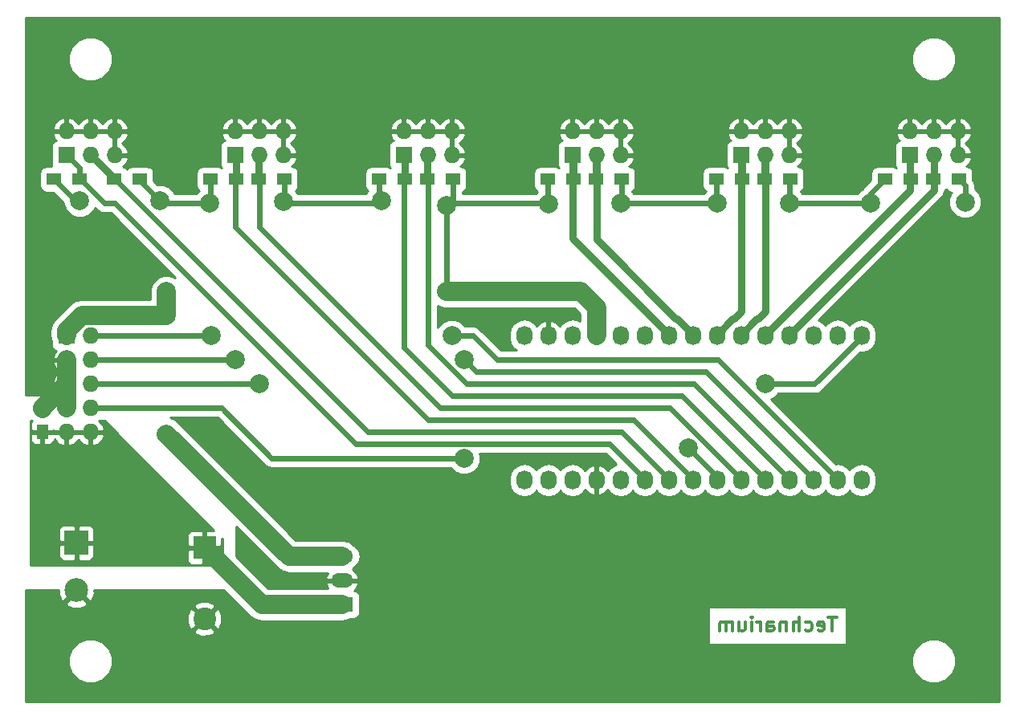
<source format=gbr>
%TF.GenerationSoftware,KiCad,Pcbnew,no-vcs-found-bc0306b~61~ubuntu16.04.1*%
%TF.CreationDate,2017-11-23T16:29:56+02:00*%
%TF.ProjectId,motherboard,6D6F74686572626F6172642E6B696361,rev?*%
%TF.SameCoordinates,Original*%
%TF.FileFunction,Copper,L2,Bot,Signal*%
%TF.FilePolarity,Positive*%
%FSLAX46Y46*%
G04 Gerber Fmt 4.6, Leading zero omitted, Abs format (unit mm)*
G04 Created by KiCad (PCBNEW no-vcs-found-bc0306b~61~ubuntu16.04.1) date Thu Nov 23 16:29:56 2017*
%MOMM*%
%LPD*%
G01*
G04 APERTURE LIST*
%TA.AperFunction,NonConductor*%
%ADD10C,0.300000*%
%TD*%
%TA.AperFunction,SMDPad,CuDef*%
%ADD11R,1.500000X1.300000*%
%TD*%
%TA.AperFunction,ComponentPad*%
%ADD12C,2.500000*%
%TD*%
%TA.AperFunction,ComponentPad*%
%ADD13R,2.500000X2.500000*%
%TD*%
%TA.AperFunction,ComponentPad*%
%ADD14R,2.400000X2.400000*%
%TD*%
%TA.AperFunction,ComponentPad*%
%ADD15C,2.400000*%
%TD*%
%TA.AperFunction,ComponentPad*%
%ADD16O,2.300000X1.500000*%
%TD*%
%TA.AperFunction,ComponentPad*%
%ADD17R,2.300000X1.500000*%
%TD*%
%TA.AperFunction,SMDPad,CuDef*%
%ADD18R,1.250000X1.500000*%
%TD*%
%TA.AperFunction,ComponentPad*%
%ADD19O,1.727200X1.727200*%
%TD*%
%TA.AperFunction,ComponentPad*%
%ADD20R,1.727200X1.727200*%
%TD*%
%TA.AperFunction,ComponentPad*%
%ADD21O,1.727200X2.032000*%
%TD*%
%TA.AperFunction,ViaPad*%
%ADD22C,2.000000*%
%TD*%
%TA.AperFunction,Conductor*%
%ADD23C,2.000000*%
%TD*%
%TA.AperFunction,Conductor*%
%ADD24C,0.600000*%
%TD*%
%TA.AperFunction,Conductor*%
%ADD25C,0.800000*%
%TD*%
%TA.AperFunction,Conductor*%
%ADD26C,1.000000*%
%TD*%
%TA.AperFunction,Conductor*%
%ADD27C,0.254000*%
%TD*%
G04 APERTURE END LIST*
D10*
X172620000Y-86808571D02*
X171762857Y-86808571D01*
X172191428Y-88308571D02*
X172191428Y-86808571D01*
X170691428Y-88237142D02*
X170834285Y-88308571D01*
X171120000Y-88308571D01*
X171262857Y-88237142D01*
X171334285Y-88094285D01*
X171334285Y-87522857D01*
X171262857Y-87380000D01*
X171120000Y-87308571D01*
X170834285Y-87308571D01*
X170691428Y-87380000D01*
X170620000Y-87522857D01*
X170620000Y-87665714D01*
X171334285Y-87808571D01*
X169334285Y-88237142D02*
X169477142Y-88308571D01*
X169762857Y-88308571D01*
X169905714Y-88237142D01*
X169977142Y-88165714D01*
X170048571Y-88022857D01*
X170048571Y-87594285D01*
X169977142Y-87451428D01*
X169905714Y-87380000D01*
X169762857Y-87308571D01*
X169477142Y-87308571D01*
X169334285Y-87380000D01*
X168691428Y-88308571D02*
X168691428Y-86808571D01*
X168048571Y-88308571D02*
X168048571Y-87522857D01*
X168120000Y-87380000D01*
X168262857Y-87308571D01*
X168477142Y-87308571D01*
X168620000Y-87380000D01*
X168691428Y-87451428D01*
X167334285Y-87308571D02*
X167334285Y-88308571D01*
X167334285Y-87451428D02*
X167262857Y-87380000D01*
X167120000Y-87308571D01*
X166905714Y-87308571D01*
X166762857Y-87380000D01*
X166691428Y-87522857D01*
X166691428Y-88308571D01*
X165334285Y-88308571D02*
X165334285Y-87522857D01*
X165405714Y-87380000D01*
X165548571Y-87308571D01*
X165834285Y-87308571D01*
X165977142Y-87380000D01*
X165334285Y-88237142D02*
X165477142Y-88308571D01*
X165834285Y-88308571D01*
X165977142Y-88237142D01*
X166048571Y-88094285D01*
X166048571Y-87951428D01*
X165977142Y-87808571D01*
X165834285Y-87737142D01*
X165477142Y-87737142D01*
X165334285Y-87665714D01*
X164620000Y-88308571D02*
X164620000Y-87308571D01*
X164620000Y-87594285D02*
X164548571Y-87451428D01*
X164477142Y-87380000D01*
X164334285Y-87308571D01*
X164191428Y-87308571D01*
X163691428Y-88308571D02*
X163691428Y-87308571D01*
X163691428Y-86808571D02*
X163762857Y-86880000D01*
X163691428Y-86951428D01*
X163620000Y-86880000D01*
X163691428Y-86808571D01*
X163691428Y-86951428D01*
X162334285Y-87308571D02*
X162334285Y-88308571D01*
X162977142Y-87308571D02*
X162977142Y-88094285D01*
X162905714Y-88237142D01*
X162762857Y-88308571D01*
X162548571Y-88308571D01*
X162405714Y-88237142D01*
X162334285Y-88165714D01*
X161620000Y-88308571D02*
X161620000Y-87308571D01*
X161620000Y-87451428D02*
X161548571Y-87380000D01*
X161405714Y-87308571D01*
X161191428Y-87308571D01*
X161048571Y-87380000D01*
X160977142Y-87522857D01*
X160977142Y-88308571D01*
X160977142Y-87522857D02*
X160905714Y-87380000D01*
X160762857Y-87308571D01*
X160548571Y-87308571D01*
X160405714Y-87380000D01*
X160334285Y-87522857D01*
X160334285Y-88308571D01*
D11*
%TO.P,R12,1*%
%TO.N,+5V*%
X185500000Y-40640000D03*
%TO.P,R12,2*%
%TO.N,/A0*%
X182800000Y-40640000D03*
%TD*%
%TO.P,R4,2*%
%TO.N,/7*%
X111680000Y-40640000D03*
%TO.P,R4,1*%
%TO.N,+5V*%
X114380000Y-40640000D03*
%TD*%
%TO.P,R3,1*%
%TO.N,+5V*%
X106600000Y-40640000D03*
%TO.P,R3,2*%
%TO.N,/5(\002A\002A)*%
X109300000Y-40640000D03*
%TD*%
%TO.P,R2,2*%
%TO.N,/4*%
X96440000Y-40640000D03*
%TO.P,R2,1*%
%TO.N,+5V*%
X99140000Y-40640000D03*
%TD*%
%TO.P,R1,1*%
%TO.N,+5V*%
X90090000Y-40640000D03*
%TO.P,R1,2*%
%TO.N,/3(\002A\002A)*%
X92790000Y-40640000D03*
%TD*%
%TO.P,R5,2*%
%TO.N,/8*%
X127080000Y-40640000D03*
%TO.P,R5,1*%
%TO.N,+5V*%
X124380000Y-40640000D03*
%TD*%
%TO.P,R7,1*%
%TO.N,+5V*%
X142160000Y-40640000D03*
%TO.P,R7,2*%
%TO.N,/A5*%
X144860000Y-40640000D03*
%TD*%
%TO.P,R8,2*%
%TO.N,/A4*%
X147240000Y-40640000D03*
%TO.P,R8,1*%
%TO.N,+5V*%
X149940000Y-40640000D03*
%TD*%
%TO.P,R9,1*%
%TO.N,+5V*%
X159940000Y-40640000D03*
%TO.P,R9,2*%
%TO.N,/A3*%
X162640000Y-40640000D03*
%TD*%
%TO.P,R10,2*%
%TO.N,/A2*%
X165020000Y-40640000D03*
%TO.P,R10,1*%
%TO.N,+5V*%
X167720000Y-40640000D03*
%TD*%
%TO.P,R11,1*%
%TO.N,+5V*%
X177720000Y-40640000D03*
%TO.P,R11,2*%
%TO.N,/A1*%
X180420000Y-40640000D03*
%TD*%
%TO.P,R6,2*%
%TO.N,/9(\002A\002A)*%
X129460000Y-40640000D03*
%TO.P,R6,1*%
%TO.N,+5V*%
X132160000Y-40640000D03*
%TD*%
D12*
%TO.P,J8,2*%
%TO.N,GND*%
X92500000Y-84000000D03*
D13*
%TO.P,J8,1*%
%TO.N,VCC*%
X92500000Y-79000000D03*
%TD*%
D14*
%TO.P,C2,1*%
%TO.N,VCC*%
X106000000Y-79500000D03*
D15*
%TO.P,C2,2*%
%TO.N,GND*%
X106000000Y-87000000D03*
%TD*%
D16*
%TO.P,U1,3*%
%TO.N,+5V*%
X120500000Y-80420000D03*
%TO.P,U1,2*%
%TO.N,GND*%
X120500000Y-82960000D03*
D17*
%TO.P,U1,1*%
%TO.N,VCC*%
X120500000Y-85500000D03*
%TD*%
D18*
%TO.P,C1,2*%
%TO.N,GND*%
X88900000Y-64790000D03*
%TO.P,C1,1*%
%TO.N,VCC*%
X88900000Y-67290000D03*
%TD*%
D19*
%TO.P,J6,6*%
%TO.N,GND*%
X185420000Y-35560000D03*
%TO.P,J6,5*%
X185420000Y-38100000D03*
%TO.P,J6,4*%
X182880000Y-35560000D03*
%TO.P,J6,3*%
%TO.N,/A0*%
X182880000Y-38100000D03*
%TO.P,J6,2*%
%TO.N,GND*%
X180340000Y-35560000D03*
D20*
%TO.P,J6,1*%
%TO.N,/A1*%
X180340000Y-38100000D03*
%TD*%
%TO.P,J5,1*%
%TO.N,/A3*%
X162560000Y-38100000D03*
D19*
%TO.P,J5,2*%
%TO.N,GND*%
X162560000Y-35560000D03*
%TO.P,J5,3*%
%TO.N,/A2*%
X165100000Y-38100000D03*
%TO.P,J5,4*%
%TO.N,GND*%
X165100000Y-35560000D03*
%TO.P,J5,5*%
X167640000Y-38100000D03*
%TO.P,J5,6*%
X167640000Y-35560000D03*
%TD*%
%TO.P,J4,6*%
%TO.N,GND*%
X149860000Y-35560000D03*
%TO.P,J4,5*%
X149860000Y-38100000D03*
%TO.P,J4,4*%
X147320000Y-35560000D03*
%TO.P,J4,3*%
%TO.N,/A4*%
X147320000Y-38100000D03*
%TO.P,J4,2*%
%TO.N,GND*%
X144780000Y-35560000D03*
D20*
%TO.P,J4,1*%
%TO.N,/A5*%
X144780000Y-38100000D03*
%TD*%
%TO.P,J3,1*%
%TO.N,/8*%
X127000000Y-38100000D03*
D19*
%TO.P,J3,2*%
%TO.N,GND*%
X127000000Y-35560000D03*
%TO.P,J3,3*%
%TO.N,/9(\002A\002A)*%
X129540000Y-38100000D03*
%TO.P,J3,4*%
%TO.N,GND*%
X129540000Y-35560000D03*
%TO.P,J3,5*%
X132080000Y-38100000D03*
%TO.P,J3,6*%
X132080000Y-35560000D03*
%TD*%
%TO.P,J2,6*%
%TO.N,GND*%
X114300000Y-35560000D03*
%TO.P,J2,5*%
X114300000Y-38100000D03*
%TO.P,J2,4*%
X111760000Y-35560000D03*
%TO.P,J2,3*%
%TO.N,/7*%
X111760000Y-38100000D03*
%TO.P,J2,2*%
%TO.N,GND*%
X109220000Y-35560000D03*
D20*
%TO.P,J2,1*%
%TO.N,/5(\002A\002A)*%
X109220000Y-38100000D03*
%TD*%
%TO.P,J1,1*%
%TO.N,/3(\002A\002A)*%
X91440000Y-38100000D03*
D19*
%TO.P,J1,2*%
%TO.N,GND*%
X91440000Y-35560000D03*
%TO.P,J1,3*%
%TO.N,/4*%
X93980000Y-38100000D03*
%TO.P,J1,4*%
%TO.N,GND*%
X93980000Y-35560000D03*
%TO.P,J1,5*%
X96520000Y-38100000D03*
%TO.P,J1,6*%
X96520000Y-35560000D03*
%TD*%
D20*
%TO.P,J7,1*%
%TO.N,+5V*%
X91440000Y-57150000D03*
D19*
%TO.P,J7,2*%
%TO.N,/11(\002A\002A/MOSI)*%
X93980000Y-57150000D03*
%TO.P,J7,3*%
%TO.N,GND*%
X91440000Y-59690000D03*
%TO.P,J7,4*%
%TO.N,/10(\002A\002A/SS)*%
X93980000Y-59690000D03*
%TO.P,J7,5*%
%TO.N,GND*%
X91440000Y-62230000D03*
%TO.P,J7,6*%
%TO.N,/13(SCK)*%
X93980000Y-62230000D03*
%TO.P,J7,7*%
%TO.N,GND*%
X91440000Y-64770000D03*
%TO.P,J7,8*%
%TO.N,/6(\002A\002A)*%
X93980000Y-64770000D03*
%TO.P,J7,9*%
%TO.N,VCC*%
X91440000Y-67310000D03*
%TO.P,J7,10*%
X93980000Y-67310000D03*
%TD*%
D21*
%TO.P,P1,1*%
%TO.N,/1(Tx)*%
X139700000Y-72390000D03*
%TO.P,P1,2*%
%TO.N,/0(Rx)*%
X142240000Y-72390000D03*
%TO.P,P1,3*%
%TO.N,/Reset*%
X144780000Y-72390000D03*
%TO.P,P1,4*%
%TO.N,GND*%
X147320000Y-72390000D03*
%TO.P,P1,5*%
%TO.N,/2*%
X149860000Y-72390000D03*
%TO.P,P1,6*%
%TO.N,/3(\002A\002A)*%
X152400000Y-72390000D03*
%TO.P,P1,7*%
%TO.N,/4*%
X154940000Y-72390000D03*
%TO.P,P1,8*%
%TO.N,/5(\002A\002A)*%
X157480000Y-72390000D03*
%TO.P,P1,9*%
%TO.N,/6(\002A\002A)*%
X160020000Y-72390000D03*
%TO.P,P1,10*%
%TO.N,/7*%
X162560000Y-72390000D03*
%TO.P,P1,11*%
%TO.N,/8*%
X165100000Y-72390000D03*
%TO.P,P1,12*%
%TO.N,/9(\002A\002A)*%
X167640000Y-72390000D03*
%TO.P,P1,13*%
%TO.N,/10(\002A\002A/SS)*%
X170180000Y-72390000D03*
%TO.P,P1,14*%
%TO.N,/11(\002A\002A/MOSI)*%
X172720000Y-72390000D03*
%TO.P,P1,15*%
%TO.N,/12(MISO)*%
X175260000Y-72390000D03*
%TD*%
%TO.P,P2,1*%
%TO.N,/Vin*%
X139700000Y-57150000D03*
%TO.P,P2,2*%
%TO.N,GND*%
X142240000Y-57150000D03*
%TO.P,P2,3*%
%TO.N,/Reset*%
X144780000Y-57150000D03*
%TO.P,P2,4*%
%TO.N,+5V*%
X147320000Y-57150000D03*
%TO.P,P2,5*%
%TO.N,/A7*%
X149860000Y-57150000D03*
%TO.P,P2,6*%
%TO.N,/A6*%
X152400000Y-57150000D03*
%TO.P,P2,7*%
%TO.N,/A5*%
X154940000Y-57150000D03*
%TO.P,P2,8*%
%TO.N,/A4*%
X157480000Y-57150000D03*
%TO.P,P2,9*%
%TO.N,/A3*%
X160020000Y-57150000D03*
%TO.P,P2,10*%
%TO.N,/A2*%
X162560000Y-57150000D03*
%TO.P,P2,11*%
%TO.N,/A1*%
X165100000Y-57150000D03*
%TO.P,P2,12*%
%TO.N,/A0*%
X167640000Y-57150000D03*
%TO.P,P2,13*%
%TO.N,/AREF*%
X170180000Y-57150000D03*
%TO.P,P2,14*%
%TO.N,+3V3*%
X172720000Y-57150000D03*
%TO.P,P2,15*%
%TO.N,/13(SCK)*%
X175260000Y-57150000D03*
%TD*%
D22*
%TO.N,/6(\002A\002A)*%
X133350014Y-70080010D03*
X157000000Y-69000000D03*
%TO.N,/10(\002A\002A/SS)*%
X109220000Y-59690000D03*
X133350000Y-59689988D03*
%TO.N,+5V*%
X186181595Y-43059008D03*
X176258270Y-43140346D03*
X167640000Y-43180000D03*
X160020000Y-43180000D03*
X149860000Y-43180000D03*
X142279831Y-43221685D03*
X92851915Y-42936999D03*
X101282471Y-42896330D03*
X106564405Y-43140346D03*
X114332253Y-43018338D03*
X124621602Y-42896330D03*
X131494724Y-43384362D03*
X131500000Y-52500000D03*
X102000000Y-52500000D03*
X102000000Y-55000000D03*
X102000000Y-67500000D03*
%TO.N,/13(SCK)*%
X165100000Y-62230000D03*
X111760000Y-62230000D03*
%TO.N,/11(\002A\002A/MOSI)*%
X106680000Y-57150006D03*
X132080000Y-57150000D03*
%TD*%
D23*
%TO.N,GND*%
X91440000Y-62230000D02*
X91440000Y-59690000D01*
X91440000Y-64770000D02*
X91440000Y-62230000D01*
X88900000Y-64790000D02*
X88900000Y-64770000D01*
X88900000Y-64770000D02*
X91440000Y-62230000D01*
D24*
%TO.N,/3(\002A\002A)*%
X92790000Y-40640000D02*
X92790000Y-39450000D01*
X92790000Y-39450000D02*
X91440000Y-38100000D01*
X96520000Y-43180000D02*
X121920000Y-68580000D01*
X92890000Y-40640000D02*
X92790000Y-40640000D01*
X96520000Y-43180000D02*
X95430000Y-43180000D01*
X95430000Y-43180000D02*
X92890000Y-40640000D01*
X121920000Y-68580000D02*
X148742400Y-68580000D01*
X148742400Y-68580000D02*
X152400000Y-72237600D01*
X152400000Y-72237600D02*
X152400000Y-72390000D01*
D25*
%TO.N,/4*%
X96440000Y-40640000D02*
X96440000Y-40560000D01*
X96440000Y-40560000D02*
X93980000Y-38100000D01*
D24*
X93980000Y-38100000D02*
X123190000Y-67310000D01*
X123190000Y-67310000D02*
X150012400Y-67310000D01*
X150012400Y-67310000D02*
X154940000Y-72237600D01*
X154940000Y-72237600D02*
X154940000Y-72390000D01*
D25*
%TO.N,/5(\002A\002A)*%
X109300000Y-40640000D02*
X109300000Y-38180000D01*
X109300000Y-38180000D02*
X109220000Y-38100000D01*
D24*
X129540000Y-66040000D02*
X109220000Y-45720000D01*
X157480000Y-72237600D02*
X151282400Y-66040000D01*
X151282400Y-66040000D02*
X129540000Y-66040000D01*
X157480000Y-72390000D02*
X157480000Y-72237600D01*
X109220000Y-45720000D02*
X109220000Y-39563600D01*
X109220000Y-39563600D02*
X109220000Y-38100000D01*
%TO.N,/6(\002A\002A)*%
X131935801Y-70080010D02*
X133350014Y-70080010D01*
X113080010Y-70080010D02*
X131935801Y-70080010D01*
X93980000Y-64770000D02*
X107770000Y-64770000D01*
X107770000Y-64770000D02*
X113080010Y-70080010D01*
X160020000Y-72390000D02*
X160020000Y-72020000D01*
X160020000Y-72020000D02*
X157000000Y-69000000D01*
D25*
%TO.N,/7*%
X111680000Y-40640000D02*
X111680000Y-38180000D01*
X111680000Y-38180000D02*
X111760000Y-38100000D01*
D24*
X155092400Y-64770000D02*
X130810000Y-64770000D01*
X162560000Y-72390000D02*
X162560000Y-72237600D01*
X130810000Y-64770000D02*
X111760000Y-45720000D01*
X162560000Y-72237600D02*
X155092400Y-64770000D01*
X111760000Y-45720000D02*
X111760000Y-39321314D01*
X111760000Y-39321314D02*
X111760000Y-38100000D01*
D25*
%TO.N,/8*%
X127080000Y-40640000D02*
X127080000Y-38180000D01*
X127080000Y-38180000D02*
X127000000Y-38100000D01*
D24*
X132080000Y-63500000D02*
X127000000Y-58420000D01*
X156362400Y-63500000D02*
X132080000Y-63500000D01*
X127000000Y-58420000D02*
X127000000Y-39563600D01*
X127000000Y-39563600D02*
X127000000Y-38100000D01*
X165100000Y-72237600D02*
X156362400Y-63500000D01*
X165100000Y-72390000D02*
X165100000Y-72237600D01*
D25*
%TO.N,/9(\002A\002A)*%
X129460000Y-40640000D02*
X129460000Y-38180000D01*
X129460000Y-38180000D02*
X129540000Y-38100000D01*
D24*
X133669996Y-62230000D02*
X129540000Y-58100004D01*
X157632400Y-62230000D02*
X133669996Y-62230000D01*
X167640000Y-72237600D02*
X157632400Y-62230000D01*
X167640000Y-72390000D02*
X167640000Y-72237600D01*
X129540000Y-58100004D02*
X129540000Y-38100000D01*
%TO.N,/10(\002A\002A/SS)*%
X170180000Y-72390000D02*
X170180000Y-72237600D01*
X170180000Y-72237600D02*
X158902400Y-60960000D01*
X158902400Y-60960000D02*
X134620012Y-60960000D01*
X134620012Y-60960000D02*
X133350000Y-59689988D01*
X93980000Y-59690000D02*
X95201314Y-59690000D01*
X95201314Y-59690000D02*
X109220000Y-59690000D01*
%TO.N,+5V*%
X106564405Y-43140346D02*
X106524751Y-43180000D01*
X106524751Y-43180000D02*
X101566141Y-43180000D01*
X101566141Y-43180000D02*
X101282471Y-42896330D01*
X131494724Y-43384362D02*
X131699086Y-43180000D01*
X131699086Y-43180000D02*
X142238146Y-43180000D01*
X142238146Y-43180000D02*
X142279831Y-43221685D01*
X124621602Y-42896330D02*
X124337932Y-43180000D01*
X124337932Y-43180000D02*
X114493915Y-43180000D01*
X114493915Y-43180000D02*
X114332253Y-43018338D01*
X176258270Y-43140346D02*
X176258270Y-42101730D01*
X176258270Y-42101730D02*
X177720000Y-40640000D01*
X186181595Y-43059008D02*
X186181595Y-41321595D01*
X186181595Y-41321595D02*
X185500000Y-40640000D01*
X167640000Y-43180000D02*
X176218616Y-43180000D01*
X176218616Y-43180000D02*
X176258270Y-43140346D01*
X142160000Y-40640000D02*
X142160000Y-43101854D01*
X142160000Y-43101854D02*
X142279831Y-43221685D01*
X149940000Y-40640000D02*
X149940000Y-43100000D01*
X149940000Y-43100000D02*
X149860000Y-43180000D01*
X159940000Y-40640000D02*
X159940000Y-43100000D01*
X159940000Y-43100000D02*
X160020000Y-43180000D01*
X167640000Y-43180000D02*
X167640000Y-40720000D01*
X167640000Y-40720000D02*
X167720000Y-40640000D01*
X149860000Y-43180000D02*
X160020000Y-43180000D01*
X131500000Y-52500000D02*
X131500000Y-43389638D01*
X131500000Y-43389638D02*
X131494724Y-43384362D01*
X132160000Y-40640000D02*
X132160000Y-42719086D01*
X132160000Y-42719086D02*
X131494724Y-43384362D01*
X124380000Y-40640000D02*
X124380000Y-42654728D01*
X124380000Y-42654728D02*
X124621602Y-42896330D01*
X114380000Y-40640000D02*
X114380000Y-42970591D01*
X114380000Y-42970591D02*
X114332253Y-43018338D01*
X106600000Y-40640000D02*
X106600000Y-43104751D01*
X106600000Y-43104751D02*
X106564405Y-43140346D01*
X99140000Y-40640000D02*
X99140000Y-40753859D01*
X99140000Y-40753859D02*
X101282471Y-42896330D01*
X92851915Y-42936999D02*
X92386999Y-42936999D01*
X92386999Y-42936999D02*
X90090000Y-40640000D01*
D23*
X120500000Y-80420000D02*
X114920000Y-80420000D01*
X114920000Y-80420000D02*
X102000000Y-67500000D01*
X131500000Y-52500000D02*
X145686000Y-52500000D01*
X147320000Y-54134000D02*
X147320000Y-57150000D01*
X145686000Y-52500000D02*
X147320000Y-54134000D01*
X102000000Y-55000000D02*
X102000000Y-52500000D01*
X102000000Y-55000000D02*
X93075870Y-55000000D01*
X93075870Y-55000000D02*
X91440000Y-56635870D01*
X91440000Y-56635870D02*
X91440000Y-57150000D01*
D25*
%TO.N,/A5*%
X144860000Y-40640000D02*
X144860000Y-38180000D01*
X144860000Y-38180000D02*
X144780000Y-38100000D01*
X144780000Y-39763600D02*
X144780000Y-38100000D01*
X154940000Y-57150000D02*
X154940000Y-56997600D01*
X154940000Y-56997600D02*
X144780000Y-46837600D01*
X144780000Y-46837600D02*
X144780000Y-39763600D01*
%TO.N,/A4*%
X147240000Y-40640000D02*
X147240000Y-38180000D01*
X147240000Y-38180000D02*
X147320000Y-38100000D01*
X157480000Y-56997600D02*
X157480000Y-57150000D01*
X147320000Y-46990000D02*
X155664000Y-55334000D01*
X147320000Y-38100000D02*
X147320000Y-46990000D01*
X155816400Y-55334000D02*
X157480000Y-56997600D01*
X155664000Y-55334000D02*
X155816400Y-55334000D01*
%TO.N,/A3*%
X162640000Y-40640000D02*
X162640000Y-38180000D01*
X162640000Y-38180000D02*
X162560000Y-38100000D01*
X162560000Y-38100000D02*
X162560000Y-54610000D01*
X162560000Y-54610000D02*
X161836000Y-55334000D01*
X161836000Y-55334000D02*
X161683600Y-55334000D01*
X161683600Y-55334000D02*
X160020000Y-56997600D01*
X160020000Y-56997600D02*
X160020000Y-57150000D01*
%TO.N,/A2*%
X165020000Y-40640000D02*
X165020000Y-38180000D01*
X165020000Y-38180000D02*
X165100000Y-38100000D01*
X165100000Y-38100000D02*
X165100000Y-54610000D01*
X165100000Y-54610000D02*
X164376000Y-55334000D01*
X164376000Y-55334000D02*
X164223600Y-55334000D01*
X164223600Y-55334000D02*
X162560000Y-56997600D01*
X162560000Y-56997600D02*
X162560000Y-57150000D01*
%TO.N,/A1*%
X165100000Y-57150000D02*
X165100000Y-56997600D01*
X165100000Y-56997600D02*
X180340000Y-41757600D01*
X180340000Y-41757600D02*
X180340000Y-39763600D01*
X180340000Y-39763600D02*
X180340000Y-38100000D01*
%TO.N,/A0*%
X167640000Y-57150000D02*
X167640000Y-56997600D01*
X167640000Y-56997600D02*
X182880000Y-41757600D01*
X182880000Y-39321314D02*
X182880000Y-38100000D01*
X182880000Y-41757600D02*
X182880000Y-39321314D01*
D24*
%TO.N,/13(SCK)*%
X170332400Y-62230000D02*
X166514213Y-62230000D01*
X166514213Y-62230000D02*
X165100000Y-62230000D01*
X175260000Y-57302400D02*
X170332400Y-62230000D01*
X175260000Y-57150000D02*
X175260000Y-57302400D01*
X93980000Y-62230000D02*
X95201314Y-62230000D01*
X95201314Y-62230000D02*
X111760000Y-62230000D01*
%TO.N,/11(\002A\002A/MOSI)*%
X93980000Y-57150000D02*
X106679994Y-57150000D01*
X106679994Y-57150000D02*
X106680000Y-57150006D01*
X134300004Y-57150000D02*
X133494213Y-57150000D01*
X172720000Y-72237600D02*
X160172400Y-59690000D01*
X160172400Y-59690000D02*
X136840004Y-59690000D01*
X136840004Y-59690000D02*
X134300004Y-57150000D01*
X133494213Y-57150000D02*
X132080000Y-57150000D01*
X172720000Y-72390000D02*
X172720000Y-72237600D01*
D26*
X172950514Y-72433386D02*
X172950514Y-72585786D01*
D23*
%TO.N,VCC*%
X106000000Y-79500000D02*
X112000000Y-85500000D01*
X112000000Y-85500000D02*
X120500000Y-85500000D01*
%TD*%
D27*
%TO.N,VCC*%
G36*
X87736673Y-66180302D02*
X87640000Y-66413691D01*
X87640000Y-67004250D01*
X87798750Y-67163000D01*
X88773000Y-67163000D01*
X88773000Y-67143000D01*
X89027000Y-67143000D01*
X89027000Y-67163000D01*
X90001250Y-67163000D01*
X90063329Y-67100921D01*
X90106183Y-67183000D01*
X91313000Y-67183000D01*
X91313000Y-67163000D01*
X91567000Y-67163000D01*
X91567000Y-67183000D01*
X93853000Y-67183000D01*
X93853000Y-67163000D01*
X94107000Y-67163000D01*
X94107000Y-67183000D01*
X95313817Y-67183000D01*
X95434958Y-66950974D01*
X95262688Y-66535053D01*
X94890233Y-66127000D01*
X95447394Y-66127000D01*
X106985394Y-77665000D01*
X106285750Y-77665000D01*
X106127000Y-77823750D01*
X106127000Y-79373000D01*
X107676250Y-79373000D01*
X107835000Y-79214250D01*
X107835000Y-78514606D01*
X107873000Y-78552606D01*
X107873000Y-81373000D01*
X87627000Y-81373000D01*
X87627000Y-79285750D01*
X90615000Y-79285750D01*
X90615000Y-80376309D01*
X90711673Y-80609698D01*
X90890301Y-80788327D01*
X91123690Y-80885000D01*
X92214250Y-80885000D01*
X92373000Y-80726250D01*
X92373000Y-79127000D01*
X92627000Y-79127000D01*
X92627000Y-80726250D01*
X92785750Y-80885000D01*
X93876310Y-80885000D01*
X94109699Y-80788327D01*
X94288327Y-80609698D01*
X94385000Y-80376309D01*
X94385000Y-79785750D01*
X104165000Y-79785750D01*
X104165000Y-80826309D01*
X104261673Y-81059698D01*
X104440301Y-81238327D01*
X104673690Y-81335000D01*
X105714250Y-81335000D01*
X105873000Y-81176250D01*
X105873000Y-79627000D01*
X106127000Y-79627000D01*
X106127000Y-81176250D01*
X106285750Y-81335000D01*
X107326310Y-81335000D01*
X107559699Y-81238327D01*
X107738327Y-81059698D01*
X107835000Y-80826309D01*
X107835000Y-79785750D01*
X107676250Y-79627000D01*
X106127000Y-79627000D01*
X105873000Y-79627000D01*
X104323750Y-79627000D01*
X104165000Y-79785750D01*
X94385000Y-79785750D01*
X94385000Y-79285750D01*
X94226250Y-79127000D01*
X92627000Y-79127000D01*
X92373000Y-79127000D01*
X90773750Y-79127000D01*
X90615000Y-79285750D01*
X87627000Y-79285750D01*
X87627000Y-77623691D01*
X90615000Y-77623691D01*
X90615000Y-78714250D01*
X90773750Y-78873000D01*
X92373000Y-78873000D01*
X92373000Y-77273750D01*
X92627000Y-77273750D01*
X92627000Y-78873000D01*
X94226250Y-78873000D01*
X94385000Y-78714250D01*
X94385000Y-78173691D01*
X104165000Y-78173691D01*
X104165000Y-79214250D01*
X104323750Y-79373000D01*
X105873000Y-79373000D01*
X105873000Y-77823750D01*
X105714250Y-77665000D01*
X104673690Y-77665000D01*
X104440301Y-77761673D01*
X104261673Y-77940302D01*
X104165000Y-78173691D01*
X94385000Y-78173691D01*
X94385000Y-77623691D01*
X94288327Y-77390302D01*
X94109699Y-77211673D01*
X93876310Y-77115000D01*
X92785750Y-77115000D01*
X92627000Y-77273750D01*
X92373000Y-77273750D01*
X92214250Y-77115000D01*
X91123690Y-77115000D01*
X90890301Y-77211673D01*
X90711673Y-77390302D01*
X90615000Y-77623691D01*
X87627000Y-77623691D01*
X87627000Y-67575750D01*
X87640000Y-67575750D01*
X87640000Y-68166309D01*
X87736673Y-68399698D01*
X87915301Y-68578327D01*
X88148690Y-68675000D01*
X88614250Y-68675000D01*
X88773000Y-68516250D01*
X88773000Y-67417000D01*
X89027000Y-67417000D01*
X89027000Y-68516250D01*
X89185750Y-68675000D01*
X89651310Y-68675000D01*
X89884699Y-68578327D01*
X90063327Y-68399698D01*
X90160000Y-68166309D01*
X90160000Y-68087892D01*
X90551510Y-68516821D01*
X91080973Y-68764968D01*
X91313000Y-68644469D01*
X91313000Y-67437000D01*
X91567000Y-67437000D01*
X91567000Y-68644469D01*
X91799027Y-68764968D01*
X92328490Y-68516821D01*
X92710000Y-68098848D01*
X93091510Y-68516821D01*
X93620973Y-68764968D01*
X93853000Y-68644469D01*
X93853000Y-67437000D01*
X94107000Y-67437000D01*
X94107000Y-68644469D01*
X94339027Y-68764968D01*
X94868490Y-68516821D01*
X95262688Y-68084947D01*
X95434958Y-67669026D01*
X95313817Y-67437000D01*
X94107000Y-67437000D01*
X93853000Y-67437000D01*
X91567000Y-67437000D01*
X91313000Y-67437000D01*
X90106183Y-67437000D01*
X90077050Y-67492800D01*
X90001250Y-67417000D01*
X89027000Y-67417000D01*
X88773000Y-67417000D01*
X87798750Y-67417000D01*
X87640000Y-67575750D01*
X87627000Y-67575750D01*
X87627000Y-66127000D01*
X87789975Y-66127000D01*
X87736673Y-66180302D01*
X87736673Y-66180302D01*
G37*
X87736673Y-66180302D02*
X87640000Y-66413691D01*
X87640000Y-67004250D01*
X87798750Y-67163000D01*
X88773000Y-67163000D01*
X88773000Y-67143000D01*
X89027000Y-67143000D01*
X89027000Y-67163000D01*
X90001250Y-67163000D01*
X90063329Y-67100921D01*
X90106183Y-67183000D01*
X91313000Y-67183000D01*
X91313000Y-67163000D01*
X91567000Y-67163000D01*
X91567000Y-67183000D01*
X93853000Y-67183000D01*
X93853000Y-67163000D01*
X94107000Y-67163000D01*
X94107000Y-67183000D01*
X95313817Y-67183000D01*
X95434958Y-66950974D01*
X95262688Y-66535053D01*
X94890233Y-66127000D01*
X95447394Y-66127000D01*
X106985394Y-77665000D01*
X106285750Y-77665000D01*
X106127000Y-77823750D01*
X106127000Y-79373000D01*
X107676250Y-79373000D01*
X107835000Y-79214250D01*
X107835000Y-78514606D01*
X107873000Y-78552606D01*
X107873000Y-81373000D01*
X87627000Y-81373000D01*
X87627000Y-79285750D01*
X90615000Y-79285750D01*
X90615000Y-80376309D01*
X90711673Y-80609698D01*
X90890301Y-80788327D01*
X91123690Y-80885000D01*
X92214250Y-80885000D01*
X92373000Y-80726250D01*
X92373000Y-79127000D01*
X92627000Y-79127000D01*
X92627000Y-80726250D01*
X92785750Y-80885000D01*
X93876310Y-80885000D01*
X94109699Y-80788327D01*
X94288327Y-80609698D01*
X94385000Y-80376309D01*
X94385000Y-79785750D01*
X104165000Y-79785750D01*
X104165000Y-80826309D01*
X104261673Y-81059698D01*
X104440301Y-81238327D01*
X104673690Y-81335000D01*
X105714250Y-81335000D01*
X105873000Y-81176250D01*
X105873000Y-79627000D01*
X106127000Y-79627000D01*
X106127000Y-81176250D01*
X106285750Y-81335000D01*
X107326310Y-81335000D01*
X107559699Y-81238327D01*
X107738327Y-81059698D01*
X107835000Y-80826309D01*
X107835000Y-79785750D01*
X107676250Y-79627000D01*
X106127000Y-79627000D01*
X105873000Y-79627000D01*
X104323750Y-79627000D01*
X104165000Y-79785750D01*
X94385000Y-79785750D01*
X94385000Y-79285750D01*
X94226250Y-79127000D01*
X92627000Y-79127000D01*
X92373000Y-79127000D01*
X90773750Y-79127000D01*
X90615000Y-79285750D01*
X87627000Y-79285750D01*
X87627000Y-77623691D01*
X90615000Y-77623691D01*
X90615000Y-78714250D01*
X90773750Y-78873000D01*
X92373000Y-78873000D01*
X92373000Y-77273750D01*
X92627000Y-77273750D01*
X92627000Y-78873000D01*
X94226250Y-78873000D01*
X94385000Y-78714250D01*
X94385000Y-78173691D01*
X104165000Y-78173691D01*
X104165000Y-79214250D01*
X104323750Y-79373000D01*
X105873000Y-79373000D01*
X105873000Y-77823750D01*
X105714250Y-77665000D01*
X104673690Y-77665000D01*
X104440301Y-77761673D01*
X104261673Y-77940302D01*
X104165000Y-78173691D01*
X94385000Y-78173691D01*
X94385000Y-77623691D01*
X94288327Y-77390302D01*
X94109699Y-77211673D01*
X93876310Y-77115000D01*
X92785750Y-77115000D01*
X92627000Y-77273750D01*
X92373000Y-77273750D01*
X92214250Y-77115000D01*
X91123690Y-77115000D01*
X90890301Y-77211673D01*
X90711673Y-77390302D01*
X90615000Y-77623691D01*
X87627000Y-77623691D01*
X87627000Y-67575750D01*
X87640000Y-67575750D01*
X87640000Y-68166309D01*
X87736673Y-68399698D01*
X87915301Y-68578327D01*
X88148690Y-68675000D01*
X88614250Y-68675000D01*
X88773000Y-68516250D01*
X88773000Y-67417000D01*
X89027000Y-67417000D01*
X89027000Y-68516250D01*
X89185750Y-68675000D01*
X89651310Y-68675000D01*
X89884699Y-68578327D01*
X90063327Y-68399698D01*
X90160000Y-68166309D01*
X90160000Y-68087892D01*
X90551510Y-68516821D01*
X91080973Y-68764968D01*
X91313000Y-68644469D01*
X91313000Y-67437000D01*
X91567000Y-67437000D01*
X91567000Y-68644469D01*
X91799027Y-68764968D01*
X92328490Y-68516821D01*
X92710000Y-68098848D01*
X93091510Y-68516821D01*
X93620973Y-68764968D01*
X93853000Y-68644469D01*
X93853000Y-67437000D01*
X94107000Y-67437000D01*
X94107000Y-68644469D01*
X94339027Y-68764968D01*
X94868490Y-68516821D01*
X95262688Y-68084947D01*
X95434958Y-67669026D01*
X95313817Y-67437000D01*
X94107000Y-67437000D01*
X93853000Y-67437000D01*
X91567000Y-67437000D01*
X91313000Y-67437000D01*
X90106183Y-67437000D01*
X90077050Y-67492800D01*
X90001250Y-67417000D01*
X89027000Y-67417000D01*
X88773000Y-67417000D01*
X87798750Y-67417000D01*
X87640000Y-67575750D01*
X87627000Y-67575750D01*
X87627000Y-66127000D01*
X87789975Y-66127000D01*
X87736673Y-66180302D01*
%TO.N,GND*%
G36*
X189723000Y-95743000D02*
X87137000Y-95743000D01*
X87137000Y-91900838D01*
X91652597Y-91900838D01*
X92006115Y-92756418D01*
X92660139Y-93411585D01*
X93515100Y-93766596D01*
X94440838Y-93767403D01*
X95296418Y-93413885D01*
X95951585Y-92759861D01*
X96306596Y-91904900D01*
X96306599Y-91900838D01*
X180552597Y-91900838D01*
X180906115Y-92756418D01*
X181560139Y-93411585D01*
X182415100Y-93766596D01*
X183340838Y-93767403D01*
X184196418Y-93413885D01*
X184851585Y-92759861D01*
X185206596Y-91904900D01*
X185207403Y-90979162D01*
X184853885Y-90123582D01*
X184199861Y-89468415D01*
X183344900Y-89113404D01*
X182419162Y-89112597D01*
X181563582Y-89466115D01*
X180908415Y-90120139D01*
X180553404Y-90975100D01*
X180552597Y-91900838D01*
X96306599Y-91900838D01*
X96307403Y-90979162D01*
X95953885Y-90123582D01*
X95299861Y-89468415D01*
X94444900Y-89113404D01*
X93519162Y-89112597D01*
X92663582Y-89466115D01*
X92008415Y-90120139D01*
X91653404Y-90975100D01*
X91652597Y-91900838D01*
X87137000Y-91900838D01*
X87137000Y-88297175D01*
X104882430Y-88297175D01*
X105005565Y-88584788D01*
X105687734Y-88844707D01*
X106417443Y-88823786D01*
X106994435Y-88584788D01*
X107117570Y-88297175D01*
X106000000Y-87179605D01*
X104882430Y-88297175D01*
X87137000Y-88297175D01*
X87137000Y-86687734D01*
X104155293Y-86687734D01*
X104176214Y-87417443D01*
X104415212Y-87994435D01*
X104702825Y-88117570D01*
X105820395Y-87000000D01*
X106179605Y-87000000D01*
X107297175Y-88117570D01*
X107584788Y-87994435D01*
X107844707Y-87312266D01*
X107823786Y-86582557D01*
X107584788Y-86005565D01*
X107297175Y-85882430D01*
X106179605Y-87000000D01*
X105820395Y-87000000D01*
X104702825Y-85882430D01*
X104415212Y-86005565D01*
X104155293Y-86687734D01*
X87137000Y-86687734D01*
X87137000Y-85333320D01*
X91346285Y-85333320D01*
X91475533Y-85626123D01*
X92175806Y-85894388D01*
X92925435Y-85874250D01*
X93339291Y-85702825D01*
X104882430Y-85702825D01*
X106000000Y-86820395D01*
X107117570Y-85702825D01*
X106994435Y-85415212D01*
X106312266Y-85155293D01*
X105582557Y-85176214D01*
X105005565Y-85415212D01*
X104882430Y-85702825D01*
X93339291Y-85702825D01*
X93524467Y-85626123D01*
X93653715Y-85333320D01*
X92500000Y-84179605D01*
X91346285Y-85333320D01*
X87137000Y-85333320D01*
X87137000Y-83947000D01*
X90612897Y-83947000D01*
X90625750Y-84425435D01*
X90873877Y-85024467D01*
X91166680Y-85153715D01*
X92320395Y-84000000D01*
X92306253Y-83985858D01*
X92345110Y-83947000D01*
X92654890Y-83947000D01*
X92693748Y-83985858D01*
X92679605Y-84000000D01*
X93833320Y-85153715D01*
X94126123Y-85024467D01*
X94394388Y-84324194D01*
X94384255Y-83947000D01*
X108004654Y-83947000D01*
X110778826Y-86721173D01*
X111339105Y-87095540D01*
X111448755Y-87117350D01*
X112000000Y-87227000D01*
X120500000Y-87227000D01*
X121160894Y-87095540D01*
X121316987Y-86991242D01*
X121650000Y-86991242D01*
X121933661Y-86934818D01*
X122174137Y-86774137D01*
X122334818Y-86533661D01*
X122391242Y-86250000D01*
X122391242Y-85748000D01*
X159100143Y-85748000D01*
X159100143Y-89752000D01*
X173639857Y-89752000D01*
X173639857Y-85748000D01*
X159100143Y-85748000D01*
X122391242Y-85748000D01*
X122391242Y-84750000D01*
X122334818Y-84466339D01*
X122174137Y-84225863D01*
X121933661Y-84065182D01*
X121748297Y-84028311D01*
X121969145Y-83849540D01*
X122228173Y-83372684D01*
X122242318Y-83301185D01*
X122119656Y-83087000D01*
X120627000Y-83087000D01*
X120627000Y-83107000D01*
X120373000Y-83107000D01*
X120373000Y-83087000D01*
X118880344Y-83087000D01*
X118757682Y-83301185D01*
X118771827Y-83372684D01*
X118989279Y-83773000D01*
X112715347Y-83773000D01*
X109347000Y-80404654D01*
X109347000Y-77289347D01*
X113698826Y-81641173D01*
X114259105Y-82015540D01*
X114368755Y-82037350D01*
X114920000Y-82147000D01*
X118989279Y-82147000D01*
X118771827Y-82547316D01*
X118757682Y-82618815D01*
X118880344Y-82833000D01*
X120373000Y-82833000D01*
X120373000Y-82813000D01*
X120627000Y-82813000D01*
X120627000Y-82833000D01*
X122119656Y-82833000D01*
X122242318Y-82618815D01*
X122228173Y-82547316D01*
X121969145Y-82070460D01*
X121566495Y-81744526D01*
X121721173Y-81641173D01*
X121724857Y-81635659D01*
X121981170Y-81464397D01*
X122301343Y-80985223D01*
X122413773Y-80420000D01*
X122301343Y-79854777D01*
X121981170Y-79375603D01*
X121724857Y-79204341D01*
X121721173Y-79198827D01*
X121160894Y-78824460D01*
X120500000Y-78693000D01*
X115635347Y-78693000D01*
X109145800Y-72203453D01*
X138109400Y-72203453D01*
X138109400Y-72576547D01*
X138230477Y-73185243D01*
X138575276Y-73701271D01*
X139091304Y-74046070D01*
X139700000Y-74167147D01*
X140308696Y-74046070D01*
X140824724Y-73701271D01*
X140970000Y-73483850D01*
X141115276Y-73701271D01*
X141631304Y-74046070D01*
X142240000Y-74167147D01*
X142848696Y-74046070D01*
X143364724Y-73701271D01*
X143510000Y-73483850D01*
X143655276Y-73701271D01*
X144171304Y-74046070D01*
X144780000Y-74167147D01*
X145388696Y-74046070D01*
X145904724Y-73701271D01*
X146109238Y-73395194D01*
X146417964Y-73740732D01*
X146945209Y-73994709D01*
X146960974Y-73997358D01*
X147193000Y-73876217D01*
X147193000Y-72517000D01*
X147173000Y-72517000D01*
X147173000Y-72263000D01*
X147193000Y-72263000D01*
X147193000Y-70903783D01*
X146960974Y-70782642D01*
X146945209Y-70785291D01*
X146417964Y-71039268D01*
X146109238Y-71384806D01*
X145904724Y-71078729D01*
X145388696Y-70733930D01*
X144780000Y-70612853D01*
X144171304Y-70733930D01*
X143655276Y-71078729D01*
X143510000Y-71296150D01*
X143364724Y-71078729D01*
X142848696Y-70733930D01*
X142240000Y-70612853D01*
X141631304Y-70733930D01*
X141115276Y-71078729D01*
X140970000Y-71296150D01*
X140824724Y-71078729D01*
X140308696Y-70733930D01*
X139700000Y-70612853D01*
X139091304Y-70733930D01*
X138575276Y-71078729D01*
X138230477Y-71594757D01*
X138109400Y-72203453D01*
X109145800Y-72203453D01*
X103222238Y-66279892D01*
X102979544Y-66036774D01*
X102402105Y-65797000D01*
X107344602Y-65797000D01*
X112353811Y-70806209D01*
X112686994Y-71028834D01*
X113080010Y-71107010D01*
X131935005Y-71107010D01*
X132370470Y-71543236D01*
X133004985Y-71806710D01*
X133692028Y-71807309D01*
X134327003Y-71544943D01*
X134813240Y-71059554D01*
X135076714Y-70425039D01*
X135077313Y-69737996D01*
X135023187Y-69607000D01*
X148317002Y-69607000D01*
X149411973Y-70701971D01*
X149251304Y-70733930D01*
X148735276Y-71078729D01*
X148530762Y-71384806D01*
X148222036Y-71039268D01*
X147694791Y-70785291D01*
X147679026Y-70782642D01*
X147447000Y-70903783D01*
X147447000Y-72263000D01*
X147467000Y-72263000D01*
X147467000Y-72517000D01*
X147447000Y-72517000D01*
X147447000Y-73876217D01*
X147679026Y-73997358D01*
X147694791Y-73994709D01*
X148222036Y-73740732D01*
X148530762Y-73395194D01*
X148735276Y-73701271D01*
X149251304Y-74046070D01*
X149860000Y-74167147D01*
X150468696Y-74046070D01*
X150984724Y-73701271D01*
X151130000Y-73483850D01*
X151275276Y-73701271D01*
X151791304Y-74046070D01*
X152400000Y-74167147D01*
X153008696Y-74046070D01*
X153524724Y-73701271D01*
X153670000Y-73483850D01*
X153815276Y-73701271D01*
X154331304Y-74046070D01*
X154940000Y-74167147D01*
X155548696Y-74046070D01*
X156064724Y-73701271D01*
X156210000Y-73483850D01*
X156355276Y-73701271D01*
X156871304Y-74046070D01*
X157480000Y-74167147D01*
X158088696Y-74046070D01*
X158604724Y-73701271D01*
X158750000Y-73483850D01*
X158895276Y-73701271D01*
X159411304Y-74046070D01*
X160020000Y-74167147D01*
X160628696Y-74046070D01*
X161144724Y-73701271D01*
X161290000Y-73483850D01*
X161435276Y-73701271D01*
X161951304Y-74046070D01*
X162560000Y-74167147D01*
X163168696Y-74046070D01*
X163684724Y-73701271D01*
X163830000Y-73483850D01*
X163975276Y-73701271D01*
X164491304Y-74046070D01*
X165100000Y-74167147D01*
X165708696Y-74046070D01*
X166224724Y-73701271D01*
X166370000Y-73483850D01*
X166515276Y-73701271D01*
X167031304Y-74046070D01*
X167640000Y-74167147D01*
X168248696Y-74046070D01*
X168764724Y-73701271D01*
X168910000Y-73483850D01*
X169055276Y-73701271D01*
X169571304Y-74046070D01*
X170180000Y-74167147D01*
X170788696Y-74046070D01*
X171304724Y-73701271D01*
X171450000Y-73483850D01*
X171595276Y-73701271D01*
X172111304Y-74046070D01*
X172720000Y-74167147D01*
X173328696Y-74046070D01*
X173844724Y-73701271D01*
X173990000Y-73483850D01*
X174135276Y-73701271D01*
X174651304Y-74046070D01*
X175260000Y-74167147D01*
X175868696Y-74046070D01*
X176384724Y-73701271D01*
X176729523Y-73185243D01*
X176850600Y-72576547D01*
X176850600Y-72203453D01*
X176729523Y-71594757D01*
X176384724Y-71078729D01*
X175868696Y-70733930D01*
X175260000Y-70612853D01*
X174651304Y-70733930D01*
X174135276Y-71078729D01*
X173990000Y-71296150D01*
X173844724Y-71078729D01*
X173328696Y-70733930D01*
X172720000Y-70612853D01*
X172576246Y-70641448D01*
X165760501Y-63825703D01*
X166076989Y-63694933D01*
X166515687Y-63257000D01*
X170332400Y-63257000D01*
X170725416Y-63178824D01*
X171058599Y-62956199D01*
X171058600Y-62956198D01*
X175116245Y-58898552D01*
X175260000Y-58927147D01*
X175868696Y-58806070D01*
X176384724Y-58461271D01*
X176729523Y-57945243D01*
X176850600Y-57336547D01*
X176850600Y-56963453D01*
X176729523Y-56354757D01*
X176384724Y-55838729D01*
X175868696Y-55493930D01*
X175260000Y-55372853D01*
X174651304Y-55493930D01*
X174135276Y-55838729D01*
X173990000Y-56056150D01*
X173844724Y-55838729D01*
X173328696Y-55493930D01*
X172720000Y-55372853D01*
X172111304Y-55493930D01*
X171595276Y-55838729D01*
X171450000Y-56056150D01*
X171304724Y-55838729D01*
X170788696Y-55493930D01*
X170745984Y-55485434D01*
X183676910Y-42554509D01*
X183921212Y-42188884D01*
X183983739Y-41874539D01*
X184074137Y-41814137D01*
X184150000Y-41700600D01*
X184225863Y-41814137D01*
X184466339Y-41974818D01*
X184750000Y-42031242D01*
X184766675Y-42031242D01*
X184718369Y-42079464D01*
X184454895Y-42713979D01*
X184454296Y-43401022D01*
X184716662Y-44035997D01*
X185202051Y-44522234D01*
X185836566Y-44785708D01*
X186523609Y-44786307D01*
X187158584Y-44523941D01*
X187644821Y-44038552D01*
X187908295Y-43404037D01*
X187908894Y-42716994D01*
X187646528Y-42082019D01*
X187208595Y-41643321D01*
X187208595Y-41321600D01*
X187208596Y-41321595D01*
X187130419Y-40928579D01*
X186991242Y-40720285D01*
X186991242Y-39990000D01*
X186934818Y-39706339D01*
X186774137Y-39465863D01*
X186533661Y-39305182D01*
X186325274Y-39263731D01*
X186626821Y-38988490D01*
X186874968Y-38459027D01*
X186754469Y-38227000D01*
X185547000Y-38227000D01*
X185547000Y-38247000D01*
X185293000Y-38247000D01*
X185293000Y-38227000D01*
X185273000Y-38227000D01*
X185273000Y-37973000D01*
X185293000Y-37973000D01*
X185293000Y-35687000D01*
X185547000Y-35687000D01*
X185547000Y-37973000D01*
X186754469Y-37973000D01*
X186874968Y-37740973D01*
X186626821Y-37211510D01*
X186208848Y-36830000D01*
X186626821Y-36448490D01*
X186874968Y-35919027D01*
X186754469Y-35687000D01*
X185547000Y-35687000D01*
X185293000Y-35687000D01*
X183007000Y-35687000D01*
X183007000Y-35707000D01*
X182753000Y-35707000D01*
X182753000Y-35687000D01*
X180467000Y-35687000D01*
X180467000Y-35707000D01*
X180213000Y-35707000D01*
X180213000Y-35687000D01*
X179005531Y-35687000D01*
X178885032Y-35919027D01*
X179133179Y-36448490D01*
X179236572Y-36542863D01*
X179192739Y-36551582D01*
X178952263Y-36712263D01*
X178791582Y-36952739D01*
X178735158Y-37236400D01*
X178735158Y-38963600D01*
X178791582Y-39247261D01*
X178892085Y-39397674D01*
X178753661Y-39305182D01*
X178470000Y-39248758D01*
X176970000Y-39248758D01*
X176686339Y-39305182D01*
X176445863Y-39465863D01*
X176285182Y-39706339D01*
X176228758Y-39990000D01*
X176228758Y-40678844D01*
X175532071Y-41375531D01*
X175350924Y-41646637D01*
X175281281Y-41675413D01*
X174802860Y-42153000D01*
X169055009Y-42153000D01*
X168827732Y-41925325D01*
X168994137Y-41814137D01*
X169154818Y-41573661D01*
X169211242Y-41290000D01*
X169211242Y-39990000D01*
X169154818Y-39706339D01*
X168994137Y-39465863D01*
X168753661Y-39305182D01*
X168545274Y-39263731D01*
X168846821Y-38988490D01*
X169094968Y-38459027D01*
X168974469Y-38227000D01*
X167767000Y-38227000D01*
X167767000Y-38247000D01*
X167513000Y-38247000D01*
X167513000Y-38227000D01*
X167493000Y-38227000D01*
X167493000Y-37973000D01*
X167513000Y-37973000D01*
X167513000Y-35687000D01*
X167767000Y-35687000D01*
X167767000Y-37973000D01*
X168974469Y-37973000D01*
X169094968Y-37740973D01*
X168846821Y-37211510D01*
X168428848Y-36830000D01*
X168846821Y-36448490D01*
X169094968Y-35919027D01*
X168974469Y-35687000D01*
X167767000Y-35687000D01*
X167513000Y-35687000D01*
X165227000Y-35687000D01*
X165227000Y-35707000D01*
X164973000Y-35707000D01*
X164973000Y-35687000D01*
X162687000Y-35687000D01*
X162687000Y-35707000D01*
X162433000Y-35707000D01*
X162433000Y-35687000D01*
X161225531Y-35687000D01*
X161105032Y-35919027D01*
X161353179Y-36448490D01*
X161456572Y-36542863D01*
X161412739Y-36551582D01*
X161172263Y-36712263D01*
X161011582Y-36952739D01*
X160955158Y-37236400D01*
X160955158Y-38963600D01*
X161011582Y-39247261D01*
X161112085Y-39397674D01*
X160973661Y-39305182D01*
X160690000Y-39248758D01*
X159190000Y-39248758D01*
X158906339Y-39305182D01*
X158665863Y-39465863D01*
X158505182Y-39706339D01*
X158448758Y-39990000D01*
X158448758Y-41290000D01*
X158505182Y-41573661D01*
X158665863Y-41814137D01*
X158832338Y-41925372D01*
X158604313Y-42153000D01*
X151275009Y-42153000D01*
X151047732Y-41925325D01*
X151214137Y-41814137D01*
X151374818Y-41573661D01*
X151431242Y-41290000D01*
X151431242Y-39990000D01*
X151374818Y-39706339D01*
X151214137Y-39465863D01*
X150973661Y-39305182D01*
X150765274Y-39263731D01*
X151066821Y-38988490D01*
X151314968Y-38459027D01*
X151194469Y-38227000D01*
X149987000Y-38227000D01*
X149987000Y-38247000D01*
X149733000Y-38247000D01*
X149733000Y-38227000D01*
X149713000Y-38227000D01*
X149713000Y-37973000D01*
X149733000Y-37973000D01*
X149733000Y-35687000D01*
X149987000Y-35687000D01*
X149987000Y-37973000D01*
X151194469Y-37973000D01*
X151314968Y-37740973D01*
X151066821Y-37211510D01*
X150648848Y-36830000D01*
X151066821Y-36448490D01*
X151314968Y-35919027D01*
X151194469Y-35687000D01*
X149987000Y-35687000D01*
X149733000Y-35687000D01*
X147447000Y-35687000D01*
X147447000Y-35707000D01*
X147193000Y-35707000D01*
X147193000Y-35687000D01*
X144907000Y-35687000D01*
X144907000Y-35707000D01*
X144653000Y-35707000D01*
X144653000Y-35687000D01*
X143445531Y-35687000D01*
X143325032Y-35919027D01*
X143573179Y-36448490D01*
X143676572Y-36542863D01*
X143632739Y-36551582D01*
X143392263Y-36712263D01*
X143231582Y-36952739D01*
X143175158Y-37236400D01*
X143175158Y-38963600D01*
X143231582Y-39247261D01*
X143332085Y-39397674D01*
X143193661Y-39305182D01*
X142910000Y-39248758D01*
X141410000Y-39248758D01*
X141126339Y-39305182D01*
X140885863Y-39465863D01*
X140725182Y-39706339D01*
X140668758Y-39990000D01*
X140668758Y-41290000D01*
X140725182Y-41573661D01*
X140885863Y-41814137D01*
X141101213Y-41958029D01*
X140905902Y-42153000D01*
X133187000Y-42153000D01*
X133187000Y-41976143D01*
X133193661Y-41974818D01*
X133434137Y-41814137D01*
X133594818Y-41573661D01*
X133651242Y-41290000D01*
X133651242Y-39990000D01*
X133594818Y-39706339D01*
X133434137Y-39465863D01*
X133193661Y-39305182D01*
X132985274Y-39263731D01*
X133286821Y-38988490D01*
X133534968Y-38459027D01*
X133414469Y-38227000D01*
X132207000Y-38227000D01*
X132207000Y-38247000D01*
X131953000Y-38247000D01*
X131953000Y-38227000D01*
X131933000Y-38227000D01*
X131933000Y-37973000D01*
X131953000Y-37973000D01*
X131953000Y-35687000D01*
X132207000Y-35687000D01*
X132207000Y-37973000D01*
X133414469Y-37973000D01*
X133534968Y-37740973D01*
X133286821Y-37211510D01*
X132868848Y-36830000D01*
X133286821Y-36448490D01*
X133534968Y-35919027D01*
X133414469Y-35687000D01*
X132207000Y-35687000D01*
X131953000Y-35687000D01*
X129667000Y-35687000D01*
X129667000Y-35707000D01*
X129413000Y-35707000D01*
X129413000Y-35687000D01*
X127127000Y-35687000D01*
X127127000Y-35707000D01*
X126873000Y-35707000D01*
X126873000Y-35687000D01*
X125665531Y-35687000D01*
X125545032Y-35919027D01*
X125793179Y-36448490D01*
X125896572Y-36542863D01*
X125852739Y-36551582D01*
X125612263Y-36712263D01*
X125451582Y-36952739D01*
X125395158Y-37236400D01*
X125395158Y-38963600D01*
X125451582Y-39247261D01*
X125552085Y-39397674D01*
X125413661Y-39305182D01*
X125130000Y-39248758D01*
X123630000Y-39248758D01*
X123346339Y-39305182D01*
X123105863Y-39465863D01*
X122945182Y-39706339D01*
X122888758Y-39990000D01*
X122888758Y-41290000D01*
X122945182Y-41573661D01*
X123105863Y-41814137D01*
X123198918Y-41876315D01*
X123158376Y-41916786D01*
X123060291Y-42153000D01*
X115843319Y-42153000D01*
X115797186Y-42041349D01*
X115603887Y-41847713D01*
X115654137Y-41814137D01*
X115814818Y-41573661D01*
X115871242Y-41290000D01*
X115871242Y-39990000D01*
X115814818Y-39706339D01*
X115654137Y-39465863D01*
X115413661Y-39305182D01*
X115205274Y-39263731D01*
X115506821Y-38988490D01*
X115754968Y-38459027D01*
X115634469Y-38227000D01*
X114427000Y-38227000D01*
X114427000Y-38247000D01*
X114173000Y-38247000D01*
X114173000Y-38227000D01*
X114153000Y-38227000D01*
X114153000Y-37973000D01*
X114173000Y-37973000D01*
X114173000Y-35687000D01*
X114427000Y-35687000D01*
X114427000Y-37973000D01*
X115634469Y-37973000D01*
X115754968Y-37740973D01*
X115506821Y-37211510D01*
X115088848Y-36830000D01*
X115506821Y-36448490D01*
X115754968Y-35919027D01*
X115634469Y-35687000D01*
X114427000Y-35687000D01*
X114173000Y-35687000D01*
X111887000Y-35687000D01*
X111887000Y-35707000D01*
X111633000Y-35707000D01*
X111633000Y-35687000D01*
X109347000Y-35687000D01*
X109347000Y-35707000D01*
X109093000Y-35707000D01*
X109093000Y-35687000D01*
X107885531Y-35687000D01*
X107765032Y-35919027D01*
X108013179Y-36448490D01*
X108116572Y-36542863D01*
X108072739Y-36551582D01*
X107832263Y-36712263D01*
X107671582Y-36952739D01*
X107615158Y-37236400D01*
X107615158Y-38963600D01*
X107671582Y-39247261D01*
X107772085Y-39397674D01*
X107633661Y-39305182D01*
X107350000Y-39248758D01*
X105850000Y-39248758D01*
X105566339Y-39305182D01*
X105325863Y-39465863D01*
X105165182Y-39706339D01*
X105108758Y-39990000D01*
X105108758Y-41290000D01*
X105165182Y-41573661D01*
X105325863Y-41814137D01*
X105399297Y-41863204D01*
X105108995Y-42153000D01*
X102843950Y-42153000D01*
X102747404Y-41919341D01*
X102262015Y-41433104D01*
X101627500Y-41169630D01*
X101007628Y-41169090D01*
X100631242Y-40792703D01*
X100631242Y-39990000D01*
X100574818Y-39706339D01*
X100414137Y-39465863D01*
X100173661Y-39305182D01*
X99890000Y-39248758D01*
X98390000Y-39248758D01*
X98106339Y-39305182D01*
X97865863Y-39465863D01*
X97790000Y-39579400D01*
X97714137Y-39465863D01*
X97473661Y-39305182D01*
X97396645Y-39289862D01*
X97726821Y-38988490D01*
X97974968Y-38459027D01*
X97854469Y-38227000D01*
X96647000Y-38227000D01*
X96647000Y-38247000D01*
X96393000Y-38247000D01*
X96393000Y-38227000D01*
X96373000Y-38227000D01*
X96373000Y-37973000D01*
X96393000Y-37973000D01*
X96393000Y-35687000D01*
X96647000Y-35687000D01*
X96647000Y-37973000D01*
X97854469Y-37973000D01*
X97974968Y-37740973D01*
X97726821Y-37211510D01*
X97308848Y-36830000D01*
X97726821Y-36448490D01*
X97974968Y-35919027D01*
X97854469Y-35687000D01*
X96647000Y-35687000D01*
X96393000Y-35687000D01*
X94107000Y-35687000D01*
X94107000Y-35707000D01*
X93853000Y-35707000D01*
X93853000Y-35687000D01*
X91567000Y-35687000D01*
X91567000Y-35707000D01*
X91313000Y-35707000D01*
X91313000Y-35687000D01*
X90105531Y-35687000D01*
X89985032Y-35919027D01*
X90233179Y-36448490D01*
X90336572Y-36542863D01*
X90292739Y-36551582D01*
X90052263Y-36712263D01*
X89891582Y-36952739D01*
X89835158Y-37236400D01*
X89835158Y-38963600D01*
X89891582Y-39247261D01*
X89892582Y-39248758D01*
X89340000Y-39248758D01*
X89056339Y-39305182D01*
X88815863Y-39465863D01*
X88655182Y-39706339D01*
X88598758Y-39990000D01*
X88598758Y-41290000D01*
X88655182Y-41573661D01*
X88815863Y-41814137D01*
X89056339Y-41974818D01*
X89340000Y-42031242D01*
X90028844Y-42031242D01*
X91124748Y-43127146D01*
X91124616Y-43279013D01*
X91386982Y-43913988D01*
X91872371Y-44400225D01*
X92506886Y-44663699D01*
X93193929Y-44664298D01*
X93828904Y-44401932D01*
X94315141Y-43916543D01*
X94432211Y-43634608D01*
X94703799Y-43906196D01*
X94703801Y-43906199D01*
X95023613Y-44119890D01*
X95036984Y-44128824D01*
X95430000Y-44207000D01*
X96094602Y-44207000D01*
X102885202Y-50997600D01*
X102345029Y-50773300D01*
X101657986Y-50772701D01*
X101023011Y-51035067D01*
X100536774Y-51520456D01*
X100273300Y-52154971D01*
X100272701Y-52842014D01*
X100273000Y-52842738D01*
X100273000Y-53273000D01*
X93075870Y-53273000D01*
X92414976Y-53404460D01*
X91854697Y-53778826D01*
X90218827Y-55414697D01*
X89844460Y-55974975D01*
X89834455Y-56025276D01*
X89713000Y-56635870D01*
X89713000Y-57150000D01*
X89835158Y-57764130D01*
X89835158Y-58013600D01*
X89891582Y-58297261D01*
X90052263Y-58537737D01*
X90292739Y-58698418D01*
X90345474Y-58708908D01*
X90157312Y-58915053D01*
X89985042Y-59330974D01*
X90106183Y-59563000D01*
X91313000Y-59563000D01*
X91313000Y-59543000D01*
X91567000Y-59543000D01*
X91567000Y-59563000D01*
X91587000Y-59563000D01*
X91587000Y-59817000D01*
X91567000Y-59817000D01*
X91567000Y-62103000D01*
X91587000Y-62103000D01*
X91587000Y-62357000D01*
X91567000Y-62357000D01*
X91567000Y-62377000D01*
X91313000Y-62377000D01*
X91313000Y-62357000D01*
X90106183Y-62357000D01*
X89985042Y-62589026D01*
X90157312Y-63004947D01*
X90493257Y-63373000D01*
X87137000Y-63373000D01*
X87137000Y-60049026D01*
X89985042Y-60049026D01*
X90157312Y-60464947D01*
X90551510Y-60896821D01*
X90686313Y-60960000D01*
X90551510Y-61023179D01*
X90157312Y-61455053D01*
X89985042Y-61870974D01*
X90106183Y-62103000D01*
X91313000Y-62103000D01*
X91313000Y-59817000D01*
X90106183Y-59817000D01*
X89985042Y-60049026D01*
X87137000Y-60049026D01*
X87137000Y-35200973D01*
X89985032Y-35200973D01*
X90105531Y-35433000D01*
X91313000Y-35433000D01*
X91313000Y-34226183D01*
X91567000Y-34226183D01*
X91567000Y-35433000D01*
X93853000Y-35433000D01*
X93853000Y-34226183D01*
X94107000Y-34226183D01*
X94107000Y-35433000D01*
X96393000Y-35433000D01*
X96393000Y-34226183D01*
X96647000Y-34226183D01*
X96647000Y-35433000D01*
X97854469Y-35433000D01*
X97974968Y-35200973D01*
X107765032Y-35200973D01*
X107885531Y-35433000D01*
X109093000Y-35433000D01*
X109093000Y-34226183D01*
X109347000Y-34226183D01*
X109347000Y-35433000D01*
X111633000Y-35433000D01*
X111633000Y-34226183D01*
X111887000Y-34226183D01*
X111887000Y-35433000D01*
X114173000Y-35433000D01*
X114173000Y-34226183D01*
X114427000Y-34226183D01*
X114427000Y-35433000D01*
X115634469Y-35433000D01*
X115754968Y-35200973D01*
X125545032Y-35200973D01*
X125665531Y-35433000D01*
X126873000Y-35433000D01*
X126873000Y-34226183D01*
X127127000Y-34226183D01*
X127127000Y-35433000D01*
X129413000Y-35433000D01*
X129413000Y-34226183D01*
X129667000Y-34226183D01*
X129667000Y-35433000D01*
X131953000Y-35433000D01*
X131953000Y-34226183D01*
X132207000Y-34226183D01*
X132207000Y-35433000D01*
X133414469Y-35433000D01*
X133534968Y-35200973D01*
X143325032Y-35200973D01*
X143445531Y-35433000D01*
X144653000Y-35433000D01*
X144653000Y-34226183D01*
X144907000Y-34226183D01*
X144907000Y-35433000D01*
X147193000Y-35433000D01*
X147193000Y-34226183D01*
X147447000Y-34226183D01*
X147447000Y-35433000D01*
X149733000Y-35433000D01*
X149733000Y-34226183D01*
X149987000Y-34226183D01*
X149987000Y-35433000D01*
X151194469Y-35433000D01*
X151314968Y-35200973D01*
X161105032Y-35200973D01*
X161225531Y-35433000D01*
X162433000Y-35433000D01*
X162433000Y-34226183D01*
X162687000Y-34226183D01*
X162687000Y-35433000D01*
X164973000Y-35433000D01*
X164973000Y-34226183D01*
X165227000Y-34226183D01*
X165227000Y-35433000D01*
X167513000Y-35433000D01*
X167513000Y-34226183D01*
X167767000Y-34226183D01*
X167767000Y-35433000D01*
X168974469Y-35433000D01*
X169094968Y-35200973D01*
X178885032Y-35200973D01*
X179005531Y-35433000D01*
X180213000Y-35433000D01*
X180213000Y-34226183D01*
X180467000Y-34226183D01*
X180467000Y-35433000D01*
X182753000Y-35433000D01*
X182753000Y-34226183D01*
X183007000Y-34226183D01*
X183007000Y-35433000D01*
X185293000Y-35433000D01*
X185293000Y-34226183D01*
X185547000Y-34226183D01*
X185547000Y-35433000D01*
X186754469Y-35433000D01*
X186874968Y-35200973D01*
X186626821Y-34671510D01*
X186194947Y-34277312D01*
X185779026Y-34105042D01*
X185547000Y-34226183D01*
X185293000Y-34226183D01*
X185060974Y-34105042D01*
X184645053Y-34277312D01*
X184213179Y-34671510D01*
X184150000Y-34806313D01*
X184086821Y-34671510D01*
X183654947Y-34277312D01*
X183239026Y-34105042D01*
X183007000Y-34226183D01*
X182753000Y-34226183D01*
X182520974Y-34105042D01*
X182105053Y-34277312D01*
X181673179Y-34671510D01*
X181610000Y-34806313D01*
X181546821Y-34671510D01*
X181114947Y-34277312D01*
X180699026Y-34105042D01*
X180467000Y-34226183D01*
X180213000Y-34226183D01*
X179980974Y-34105042D01*
X179565053Y-34277312D01*
X179133179Y-34671510D01*
X178885032Y-35200973D01*
X169094968Y-35200973D01*
X168846821Y-34671510D01*
X168414947Y-34277312D01*
X167999026Y-34105042D01*
X167767000Y-34226183D01*
X167513000Y-34226183D01*
X167280974Y-34105042D01*
X166865053Y-34277312D01*
X166433179Y-34671510D01*
X166370000Y-34806313D01*
X166306821Y-34671510D01*
X165874947Y-34277312D01*
X165459026Y-34105042D01*
X165227000Y-34226183D01*
X164973000Y-34226183D01*
X164740974Y-34105042D01*
X164325053Y-34277312D01*
X163893179Y-34671510D01*
X163830000Y-34806313D01*
X163766821Y-34671510D01*
X163334947Y-34277312D01*
X162919026Y-34105042D01*
X162687000Y-34226183D01*
X162433000Y-34226183D01*
X162200974Y-34105042D01*
X161785053Y-34277312D01*
X161353179Y-34671510D01*
X161105032Y-35200973D01*
X151314968Y-35200973D01*
X151066821Y-34671510D01*
X150634947Y-34277312D01*
X150219026Y-34105042D01*
X149987000Y-34226183D01*
X149733000Y-34226183D01*
X149500974Y-34105042D01*
X149085053Y-34277312D01*
X148653179Y-34671510D01*
X148590000Y-34806313D01*
X148526821Y-34671510D01*
X148094947Y-34277312D01*
X147679026Y-34105042D01*
X147447000Y-34226183D01*
X147193000Y-34226183D01*
X146960974Y-34105042D01*
X146545053Y-34277312D01*
X146113179Y-34671510D01*
X146050000Y-34806313D01*
X145986821Y-34671510D01*
X145554947Y-34277312D01*
X145139026Y-34105042D01*
X144907000Y-34226183D01*
X144653000Y-34226183D01*
X144420974Y-34105042D01*
X144005053Y-34277312D01*
X143573179Y-34671510D01*
X143325032Y-35200973D01*
X133534968Y-35200973D01*
X133286821Y-34671510D01*
X132854947Y-34277312D01*
X132439026Y-34105042D01*
X132207000Y-34226183D01*
X131953000Y-34226183D01*
X131720974Y-34105042D01*
X131305053Y-34277312D01*
X130873179Y-34671510D01*
X130810000Y-34806313D01*
X130746821Y-34671510D01*
X130314947Y-34277312D01*
X129899026Y-34105042D01*
X129667000Y-34226183D01*
X129413000Y-34226183D01*
X129180974Y-34105042D01*
X128765053Y-34277312D01*
X128333179Y-34671510D01*
X128270000Y-34806313D01*
X128206821Y-34671510D01*
X127774947Y-34277312D01*
X127359026Y-34105042D01*
X127127000Y-34226183D01*
X126873000Y-34226183D01*
X126640974Y-34105042D01*
X126225053Y-34277312D01*
X125793179Y-34671510D01*
X125545032Y-35200973D01*
X115754968Y-35200973D01*
X115506821Y-34671510D01*
X115074947Y-34277312D01*
X114659026Y-34105042D01*
X114427000Y-34226183D01*
X114173000Y-34226183D01*
X113940974Y-34105042D01*
X113525053Y-34277312D01*
X113093179Y-34671510D01*
X113030000Y-34806313D01*
X112966821Y-34671510D01*
X112534947Y-34277312D01*
X112119026Y-34105042D01*
X111887000Y-34226183D01*
X111633000Y-34226183D01*
X111400974Y-34105042D01*
X110985053Y-34277312D01*
X110553179Y-34671510D01*
X110490000Y-34806313D01*
X110426821Y-34671510D01*
X109994947Y-34277312D01*
X109579026Y-34105042D01*
X109347000Y-34226183D01*
X109093000Y-34226183D01*
X108860974Y-34105042D01*
X108445053Y-34277312D01*
X108013179Y-34671510D01*
X107765032Y-35200973D01*
X97974968Y-35200973D01*
X97726821Y-34671510D01*
X97294947Y-34277312D01*
X96879026Y-34105042D01*
X96647000Y-34226183D01*
X96393000Y-34226183D01*
X96160974Y-34105042D01*
X95745053Y-34277312D01*
X95313179Y-34671510D01*
X95250000Y-34806313D01*
X95186821Y-34671510D01*
X94754947Y-34277312D01*
X94339026Y-34105042D01*
X94107000Y-34226183D01*
X93853000Y-34226183D01*
X93620974Y-34105042D01*
X93205053Y-34277312D01*
X92773179Y-34671510D01*
X92710000Y-34806313D01*
X92646821Y-34671510D01*
X92214947Y-34277312D01*
X91799026Y-34105042D01*
X91567000Y-34226183D01*
X91313000Y-34226183D01*
X91080974Y-34105042D01*
X90665053Y-34277312D01*
X90233179Y-34671510D01*
X89985032Y-35200973D01*
X87137000Y-35200973D01*
X87137000Y-28400838D01*
X91652597Y-28400838D01*
X92006115Y-29256418D01*
X92660139Y-29911585D01*
X93515100Y-30266596D01*
X94440838Y-30267403D01*
X95296418Y-29913885D01*
X95951585Y-29259861D01*
X96306596Y-28404900D01*
X96306599Y-28400838D01*
X180552597Y-28400838D01*
X180906115Y-29256418D01*
X181560139Y-29911585D01*
X182415100Y-30266596D01*
X183340838Y-30267403D01*
X184196418Y-29913885D01*
X184851585Y-29259861D01*
X185206596Y-28404900D01*
X185207403Y-27479162D01*
X184853885Y-26623582D01*
X184199861Y-25968415D01*
X183344900Y-25613404D01*
X182419162Y-25612597D01*
X181563582Y-25966115D01*
X180908415Y-26620139D01*
X180553404Y-27475100D01*
X180552597Y-28400838D01*
X96306599Y-28400838D01*
X96307403Y-27479162D01*
X95953885Y-26623582D01*
X95299861Y-25968415D01*
X94444900Y-25613404D01*
X93519162Y-25612597D01*
X92663582Y-25966115D01*
X92008415Y-26620139D01*
X91653404Y-27475100D01*
X91652597Y-28400838D01*
X87137000Y-28400838D01*
X87137000Y-23637000D01*
X189723000Y-23637000D01*
X189723000Y-95743000D01*
X189723000Y-95743000D01*
G37*
X189723000Y-95743000D02*
X87137000Y-95743000D01*
X87137000Y-91900838D01*
X91652597Y-91900838D01*
X92006115Y-92756418D01*
X92660139Y-93411585D01*
X93515100Y-93766596D01*
X94440838Y-93767403D01*
X95296418Y-93413885D01*
X95951585Y-92759861D01*
X96306596Y-91904900D01*
X96306599Y-91900838D01*
X180552597Y-91900838D01*
X180906115Y-92756418D01*
X181560139Y-93411585D01*
X182415100Y-93766596D01*
X183340838Y-93767403D01*
X184196418Y-93413885D01*
X184851585Y-92759861D01*
X185206596Y-91904900D01*
X185207403Y-90979162D01*
X184853885Y-90123582D01*
X184199861Y-89468415D01*
X183344900Y-89113404D01*
X182419162Y-89112597D01*
X181563582Y-89466115D01*
X180908415Y-90120139D01*
X180553404Y-90975100D01*
X180552597Y-91900838D01*
X96306599Y-91900838D01*
X96307403Y-90979162D01*
X95953885Y-90123582D01*
X95299861Y-89468415D01*
X94444900Y-89113404D01*
X93519162Y-89112597D01*
X92663582Y-89466115D01*
X92008415Y-90120139D01*
X91653404Y-90975100D01*
X91652597Y-91900838D01*
X87137000Y-91900838D01*
X87137000Y-88297175D01*
X104882430Y-88297175D01*
X105005565Y-88584788D01*
X105687734Y-88844707D01*
X106417443Y-88823786D01*
X106994435Y-88584788D01*
X107117570Y-88297175D01*
X106000000Y-87179605D01*
X104882430Y-88297175D01*
X87137000Y-88297175D01*
X87137000Y-86687734D01*
X104155293Y-86687734D01*
X104176214Y-87417443D01*
X104415212Y-87994435D01*
X104702825Y-88117570D01*
X105820395Y-87000000D01*
X106179605Y-87000000D01*
X107297175Y-88117570D01*
X107584788Y-87994435D01*
X107844707Y-87312266D01*
X107823786Y-86582557D01*
X107584788Y-86005565D01*
X107297175Y-85882430D01*
X106179605Y-87000000D01*
X105820395Y-87000000D01*
X104702825Y-85882430D01*
X104415212Y-86005565D01*
X104155293Y-86687734D01*
X87137000Y-86687734D01*
X87137000Y-85333320D01*
X91346285Y-85333320D01*
X91475533Y-85626123D01*
X92175806Y-85894388D01*
X92925435Y-85874250D01*
X93339291Y-85702825D01*
X104882430Y-85702825D01*
X106000000Y-86820395D01*
X107117570Y-85702825D01*
X106994435Y-85415212D01*
X106312266Y-85155293D01*
X105582557Y-85176214D01*
X105005565Y-85415212D01*
X104882430Y-85702825D01*
X93339291Y-85702825D01*
X93524467Y-85626123D01*
X93653715Y-85333320D01*
X92500000Y-84179605D01*
X91346285Y-85333320D01*
X87137000Y-85333320D01*
X87137000Y-83947000D01*
X90612897Y-83947000D01*
X90625750Y-84425435D01*
X90873877Y-85024467D01*
X91166680Y-85153715D01*
X92320395Y-84000000D01*
X92306253Y-83985858D01*
X92345110Y-83947000D01*
X92654890Y-83947000D01*
X92693748Y-83985858D01*
X92679605Y-84000000D01*
X93833320Y-85153715D01*
X94126123Y-85024467D01*
X94394388Y-84324194D01*
X94384255Y-83947000D01*
X108004654Y-83947000D01*
X110778826Y-86721173D01*
X111339105Y-87095540D01*
X111448755Y-87117350D01*
X112000000Y-87227000D01*
X120500000Y-87227000D01*
X121160894Y-87095540D01*
X121316987Y-86991242D01*
X121650000Y-86991242D01*
X121933661Y-86934818D01*
X122174137Y-86774137D01*
X122334818Y-86533661D01*
X122391242Y-86250000D01*
X122391242Y-85748000D01*
X159100143Y-85748000D01*
X159100143Y-89752000D01*
X173639857Y-89752000D01*
X173639857Y-85748000D01*
X159100143Y-85748000D01*
X122391242Y-85748000D01*
X122391242Y-84750000D01*
X122334818Y-84466339D01*
X122174137Y-84225863D01*
X121933661Y-84065182D01*
X121748297Y-84028311D01*
X121969145Y-83849540D01*
X122228173Y-83372684D01*
X122242318Y-83301185D01*
X122119656Y-83087000D01*
X120627000Y-83087000D01*
X120627000Y-83107000D01*
X120373000Y-83107000D01*
X120373000Y-83087000D01*
X118880344Y-83087000D01*
X118757682Y-83301185D01*
X118771827Y-83372684D01*
X118989279Y-83773000D01*
X112715347Y-83773000D01*
X109347000Y-80404654D01*
X109347000Y-77289347D01*
X113698826Y-81641173D01*
X114259105Y-82015540D01*
X114368755Y-82037350D01*
X114920000Y-82147000D01*
X118989279Y-82147000D01*
X118771827Y-82547316D01*
X118757682Y-82618815D01*
X118880344Y-82833000D01*
X120373000Y-82833000D01*
X120373000Y-82813000D01*
X120627000Y-82813000D01*
X120627000Y-82833000D01*
X122119656Y-82833000D01*
X122242318Y-82618815D01*
X122228173Y-82547316D01*
X121969145Y-82070460D01*
X121566495Y-81744526D01*
X121721173Y-81641173D01*
X121724857Y-81635659D01*
X121981170Y-81464397D01*
X122301343Y-80985223D01*
X122413773Y-80420000D01*
X122301343Y-79854777D01*
X121981170Y-79375603D01*
X121724857Y-79204341D01*
X121721173Y-79198827D01*
X121160894Y-78824460D01*
X120500000Y-78693000D01*
X115635347Y-78693000D01*
X109145800Y-72203453D01*
X138109400Y-72203453D01*
X138109400Y-72576547D01*
X138230477Y-73185243D01*
X138575276Y-73701271D01*
X139091304Y-74046070D01*
X139700000Y-74167147D01*
X140308696Y-74046070D01*
X140824724Y-73701271D01*
X140970000Y-73483850D01*
X141115276Y-73701271D01*
X141631304Y-74046070D01*
X142240000Y-74167147D01*
X142848696Y-74046070D01*
X143364724Y-73701271D01*
X143510000Y-73483850D01*
X143655276Y-73701271D01*
X144171304Y-74046070D01*
X144780000Y-74167147D01*
X145388696Y-74046070D01*
X145904724Y-73701271D01*
X146109238Y-73395194D01*
X146417964Y-73740732D01*
X146945209Y-73994709D01*
X146960974Y-73997358D01*
X147193000Y-73876217D01*
X147193000Y-72517000D01*
X147173000Y-72517000D01*
X147173000Y-72263000D01*
X147193000Y-72263000D01*
X147193000Y-70903783D01*
X146960974Y-70782642D01*
X146945209Y-70785291D01*
X146417964Y-71039268D01*
X146109238Y-71384806D01*
X145904724Y-71078729D01*
X145388696Y-70733930D01*
X144780000Y-70612853D01*
X144171304Y-70733930D01*
X143655276Y-71078729D01*
X143510000Y-71296150D01*
X143364724Y-71078729D01*
X142848696Y-70733930D01*
X142240000Y-70612853D01*
X141631304Y-70733930D01*
X141115276Y-71078729D01*
X140970000Y-71296150D01*
X140824724Y-71078729D01*
X140308696Y-70733930D01*
X139700000Y-70612853D01*
X139091304Y-70733930D01*
X138575276Y-71078729D01*
X138230477Y-71594757D01*
X138109400Y-72203453D01*
X109145800Y-72203453D01*
X103222238Y-66279892D01*
X102979544Y-66036774D01*
X102402105Y-65797000D01*
X107344602Y-65797000D01*
X112353811Y-70806209D01*
X112686994Y-71028834D01*
X113080010Y-71107010D01*
X131935005Y-71107010D01*
X132370470Y-71543236D01*
X133004985Y-71806710D01*
X133692028Y-71807309D01*
X134327003Y-71544943D01*
X134813240Y-71059554D01*
X135076714Y-70425039D01*
X135077313Y-69737996D01*
X135023187Y-69607000D01*
X148317002Y-69607000D01*
X149411973Y-70701971D01*
X149251304Y-70733930D01*
X148735276Y-71078729D01*
X148530762Y-71384806D01*
X148222036Y-71039268D01*
X147694791Y-70785291D01*
X147679026Y-70782642D01*
X147447000Y-70903783D01*
X147447000Y-72263000D01*
X147467000Y-72263000D01*
X147467000Y-72517000D01*
X147447000Y-72517000D01*
X147447000Y-73876217D01*
X147679026Y-73997358D01*
X147694791Y-73994709D01*
X148222036Y-73740732D01*
X148530762Y-73395194D01*
X148735276Y-73701271D01*
X149251304Y-74046070D01*
X149860000Y-74167147D01*
X150468696Y-74046070D01*
X150984724Y-73701271D01*
X151130000Y-73483850D01*
X151275276Y-73701271D01*
X151791304Y-74046070D01*
X152400000Y-74167147D01*
X153008696Y-74046070D01*
X153524724Y-73701271D01*
X153670000Y-73483850D01*
X153815276Y-73701271D01*
X154331304Y-74046070D01*
X154940000Y-74167147D01*
X155548696Y-74046070D01*
X156064724Y-73701271D01*
X156210000Y-73483850D01*
X156355276Y-73701271D01*
X156871304Y-74046070D01*
X157480000Y-74167147D01*
X158088696Y-74046070D01*
X158604724Y-73701271D01*
X158750000Y-73483850D01*
X158895276Y-73701271D01*
X159411304Y-74046070D01*
X160020000Y-74167147D01*
X160628696Y-74046070D01*
X161144724Y-73701271D01*
X161290000Y-73483850D01*
X161435276Y-73701271D01*
X161951304Y-74046070D01*
X162560000Y-74167147D01*
X163168696Y-74046070D01*
X163684724Y-73701271D01*
X163830000Y-73483850D01*
X163975276Y-73701271D01*
X164491304Y-74046070D01*
X165100000Y-74167147D01*
X165708696Y-74046070D01*
X166224724Y-73701271D01*
X166370000Y-73483850D01*
X166515276Y-73701271D01*
X167031304Y-74046070D01*
X167640000Y-74167147D01*
X168248696Y-74046070D01*
X168764724Y-73701271D01*
X168910000Y-73483850D01*
X169055276Y-73701271D01*
X169571304Y-74046070D01*
X170180000Y-74167147D01*
X170788696Y-74046070D01*
X171304724Y-73701271D01*
X171450000Y-73483850D01*
X171595276Y-73701271D01*
X172111304Y-74046070D01*
X172720000Y-74167147D01*
X173328696Y-74046070D01*
X173844724Y-73701271D01*
X173990000Y-73483850D01*
X174135276Y-73701271D01*
X174651304Y-74046070D01*
X175260000Y-74167147D01*
X175868696Y-74046070D01*
X176384724Y-73701271D01*
X176729523Y-73185243D01*
X176850600Y-72576547D01*
X176850600Y-72203453D01*
X176729523Y-71594757D01*
X176384724Y-71078729D01*
X175868696Y-70733930D01*
X175260000Y-70612853D01*
X174651304Y-70733930D01*
X174135276Y-71078729D01*
X173990000Y-71296150D01*
X173844724Y-71078729D01*
X173328696Y-70733930D01*
X172720000Y-70612853D01*
X172576246Y-70641448D01*
X165760501Y-63825703D01*
X166076989Y-63694933D01*
X166515687Y-63257000D01*
X170332400Y-63257000D01*
X170725416Y-63178824D01*
X171058599Y-62956199D01*
X171058600Y-62956198D01*
X175116245Y-58898552D01*
X175260000Y-58927147D01*
X175868696Y-58806070D01*
X176384724Y-58461271D01*
X176729523Y-57945243D01*
X176850600Y-57336547D01*
X176850600Y-56963453D01*
X176729523Y-56354757D01*
X176384724Y-55838729D01*
X175868696Y-55493930D01*
X175260000Y-55372853D01*
X174651304Y-55493930D01*
X174135276Y-55838729D01*
X173990000Y-56056150D01*
X173844724Y-55838729D01*
X173328696Y-55493930D01*
X172720000Y-55372853D01*
X172111304Y-55493930D01*
X171595276Y-55838729D01*
X171450000Y-56056150D01*
X171304724Y-55838729D01*
X170788696Y-55493930D01*
X170745984Y-55485434D01*
X183676910Y-42554509D01*
X183921212Y-42188884D01*
X183983739Y-41874539D01*
X184074137Y-41814137D01*
X184150000Y-41700600D01*
X184225863Y-41814137D01*
X184466339Y-41974818D01*
X184750000Y-42031242D01*
X184766675Y-42031242D01*
X184718369Y-42079464D01*
X184454895Y-42713979D01*
X184454296Y-43401022D01*
X184716662Y-44035997D01*
X185202051Y-44522234D01*
X185836566Y-44785708D01*
X186523609Y-44786307D01*
X187158584Y-44523941D01*
X187644821Y-44038552D01*
X187908295Y-43404037D01*
X187908894Y-42716994D01*
X187646528Y-42082019D01*
X187208595Y-41643321D01*
X187208595Y-41321600D01*
X187208596Y-41321595D01*
X187130419Y-40928579D01*
X186991242Y-40720285D01*
X186991242Y-39990000D01*
X186934818Y-39706339D01*
X186774137Y-39465863D01*
X186533661Y-39305182D01*
X186325274Y-39263731D01*
X186626821Y-38988490D01*
X186874968Y-38459027D01*
X186754469Y-38227000D01*
X185547000Y-38227000D01*
X185547000Y-38247000D01*
X185293000Y-38247000D01*
X185293000Y-38227000D01*
X185273000Y-38227000D01*
X185273000Y-37973000D01*
X185293000Y-37973000D01*
X185293000Y-35687000D01*
X185547000Y-35687000D01*
X185547000Y-37973000D01*
X186754469Y-37973000D01*
X186874968Y-37740973D01*
X186626821Y-37211510D01*
X186208848Y-36830000D01*
X186626821Y-36448490D01*
X186874968Y-35919027D01*
X186754469Y-35687000D01*
X185547000Y-35687000D01*
X185293000Y-35687000D01*
X183007000Y-35687000D01*
X183007000Y-35707000D01*
X182753000Y-35707000D01*
X182753000Y-35687000D01*
X180467000Y-35687000D01*
X180467000Y-35707000D01*
X180213000Y-35707000D01*
X180213000Y-35687000D01*
X179005531Y-35687000D01*
X178885032Y-35919027D01*
X179133179Y-36448490D01*
X179236572Y-36542863D01*
X179192739Y-36551582D01*
X178952263Y-36712263D01*
X178791582Y-36952739D01*
X178735158Y-37236400D01*
X178735158Y-38963600D01*
X178791582Y-39247261D01*
X178892085Y-39397674D01*
X178753661Y-39305182D01*
X178470000Y-39248758D01*
X176970000Y-39248758D01*
X176686339Y-39305182D01*
X176445863Y-39465863D01*
X176285182Y-39706339D01*
X176228758Y-39990000D01*
X176228758Y-40678844D01*
X175532071Y-41375531D01*
X175350924Y-41646637D01*
X175281281Y-41675413D01*
X174802860Y-42153000D01*
X169055009Y-42153000D01*
X168827732Y-41925325D01*
X168994137Y-41814137D01*
X169154818Y-41573661D01*
X169211242Y-41290000D01*
X169211242Y-39990000D01*
X169154818Y-39706339D01*
X168994137Y-39465863D01*
X168753661Y-39305182D01*
X168545274Y-39263731D01*
X168846821Y-38988490D01*
X169094968Y-38459027D01*
X168974469Y-38227000D01*
X167767000Y-38227000D01*
X167767000Y-38247000D01*
X167513000Y-38247000D01*
X167513000Y-38227000D01*
X167493000Y-38227000D01*
X167493000Y-37973000D01*
X167513000Y-37973000D01*
X167513000Y-35687000D01*
X167767000Y-35687000D01*
X167767000Y-37973000D01*
X168974469Y-37973000D01*
X169094968Y-37740973D01*
X168846821Y-37211510D01*
X168428848Y-36830000D01*
X168846821Y-36448490D01*
X169094968Y-35919027D01*
X168974469Y-35687000D01*
X167767000Y-35687000D01*
X167513000Y-35687000D01*
X165227000Y-35687000D01*
X165227000Y-35707000D01*
X164973000Y-35707000D01*
X164973000Y-35687000D01*
X162687000Y-35687000D01*
X162687000Y-35707000D01*
X162433000Y-35707000D01*
X162433000Y-35687000D01*
X161225531Y-35687000D01*
X161105032Y-35919027D01*
X161353179Y-36448490D01*
X161456572Y-36542863D01*
X161412739Y-36551582D01*
X161172263Y-36712263D01*
X161011582Y-36952739D01*
X160955158Y-37236400D01*
X160955158Y-38963600D01*
X161011582Y-39247261D01*
X161112085Y-39397674D01*
X160973661Y-39305182D01*
X160690000Y-39248758D01*
X159190000Y-39248758D01*
X158906339Y-39305182D01*
X158665863Y-39465863D01*
X158505182Y-39706339D01*
X158448758Y-39990000D01*
X158448758Y-41290000D01*
X158505182Y-41573661D01*
X158665863Y-41814137D01*
X158832338Y-41925372D01*
X158604313Y-42153000D01*
X151275009Y-42153000D01*
X151047732Y-41925325D01*
X151214137Y-41814137D01*
X151374818Y-41573661D01*
X151431242Y-41290000D01*
X151431242Y-39990000D01*
X151374818Y-39706339D01*
X151214137Y-39465863D01*
X150973661Y-39305182D01*
X150765274Y-39263731D01*
X151066821Y-38988490D01*
X151314968Y-38459027D01*
X151194469Y-38227000D01*
X149987000Y-38227000D01*
X149987000Y-38247000D01*
X149733000Y-38247000D01*
X149733000Y-38227000D01*
X149713000Y-38227000D01*
X149713000Y-37973000D01*
X149733000Y-37973000D01*
X149733000Y-35687000D01*
X149987000Y-35687000D01*
X149987000Y-37973000D01*
X151194469Y-37973000D01*
X151314968Y-37740973D01*
X151066821Y-37211510D01*
X150648848Y-36830000D01*
X151066821Y-36448490D01*
X151314968Y-35919027D01*
X151194469Y-35687000D01*
X149987000Y-35687000D01*
X149733000Y-35687000D01*
X147447000Y-35687000D01*
X147447000Y-35707000D01*
X147193000Y-35707000D01*
X147193000Y-35687000D01*
X144907000Y-35687000D01*
X144907000Y-35707000D01*
X144653000Y-35707000D01*
X144653000Y-35687000D01*
X143445531Y-35687000D01*
X143325032Y-35919027D01*
X143573179Y-36448490D01*
X143676572Y-36542863D01*
X143632739Y-36551582D01*
X143392263Y-36712263D01*
X143231582Y-36952739D01*
X143175158Y-37236400D01*
X143175158Y-38963600D01*
X143231582Y-39247261D01*
X143332085Y-39397674D01*
X143193661Y-39305182D01*
X142910000Y-39248758D01*
X141410000Y-39248758D01*
X141126339Y-39305182D01*
X140885863Y-39465863D01*
X140725182Y-39706339D01*
X140668758Y-39990000D01*
X140668758Y-41290000D01*
X140725182Y-41573661D01*
X140885863Y-41814137D01*
X141101213Y-41958029D01*
X140905902Y-42153000D01*
X133187000Y-42153000D01*
X133187000Y-41976143D01*
X133193661Y-41974818D01*
X133434137Y-41814137D01*
X133594818Y-41573661D01*
X133651242Y-41290000D01*
X133651242Y-39990000D01*
X133594818Y-39706339D01*
X133434137Y-39465863D01*
X133193661Y-39305182D01*
X132985274Y-39263731D01*
X133286821Y-38988490D01*
X133534968Y-38459027D01*
X133414469Y-38227000D01*
X132207000Y-38227000D01*
X132207000Y-38247000D01*
X131953000Y-38247000D01*
X131953000Y-38227000D01*
X131933000Y-38227000D01*
X131933000Y-37973000D01*
X131953000Y-37973000D01*
X131953000Y-35687000D01*
X132207000Y-35687000D01*
X132207000Y-37973000D01*
X133414469Y-37973000D01*
X133534968Y-37740973D01*
X133286821Y-37211510D01*
X132868848Y-36830000D01*
X133286821Y-36448490D01*
X133534968Y-35919027D01*
X133414469Y-35687000D01*
X132207000Y-35687000D01*
X131953000Y-35687000D01*
X129667000Y-35687000D01*
X129667000Y-35707000D01*
X129413000Y-35707000D01*
X129413000Y-35687000D01*
X127127000Y-35687000D01*
X127127000Y-35707000D01*
X126873000Y-35707000D01*
X126873000Y-35687000D01*
X125665531Y-35687000D01*
X125545032Y-35919027D01*
X125793179Y-36448490D01*
X125896572Y-36542863D01*
X125852739Y-36551582D01*
X125612263Y-36712263D01*
X125451582Y-36952739D01*
X125395158Y-37236400D01*
X125395158Y-38963600D01*
X125451582Y-39247261D01*
X125552085Y-39397674D01*
X125413661Y-39305182D01*
X125130000Y-39248758D01*
X123630000Y-39248758D01*
X123346339Y-39305182D01*
X123105863Y-39465863D01*
X122945182Y-39706339D01*
X122888758Y-39990000D01*
X122888758Y-41290000D01*
X122945182Y-41573661D01*
X123105863Y-41814137D01*
X123198918Y-41876315D01*
X123158376Y-41916786D01*
X123060291Y-42153000D01*
X115843319Y-42153000D01*
X115797186Y-42041349D01*
X115603887Y-41847713D01*
X115654137Y-41814137D01*
X115814818Y-41573661D01*
X115871242Y-41290000D01*
X115871242Y-39990000D01*
X115814818Y-39706339D01*
X115654137Y-39465863D01*
X115413661Y-39305182D01*
X115205274Y-39263731D01*
X115506821Y-38988490D01*
X115754968Y-38459027D01*
X115634469Y-38227000D01*
X114427000Y-38227000D01*
X114427000Y-38247000D01*
X114173000Y-38247000D01*
X114173000Y-38227000D01*
X114153000Y-38227000D01*
X114153000Y-37973000D01*
X114173000Y-37973000D01*
X114173000Y-35687000D01*
X114427000Y-35687000D01*
X114427000Y-37973000D01*
X115634469Y-37973000D01*
X115754968Y-37740973D01*
X115506821Y-37211510D01*
X115088848Y-36830000D01*
X115506821Y-36448490D01*
X115754968Y-35919027D01*
X115634469Y-35687000D01*
X114427000Y-35687000D01*
X114173000Y-35687000D01*
X111887000Y-35687000D01*
X111887000Y-35707000D01*
X111633000Y-35707000D01*
X111633000Y-35687000D01*
X109347000Y-35687000D01*
X109347000Y-35707000D01*
X109093000Y-35707000D01*
X109093000Y-35687000D01*
X107885531Y-35687000D01*
X107765032Y-35919027D01*
X108013179Y-36448490D01*
X108116572Y-36542863D01*
X108072739Y-36551582D01*
X107832263Y-36712263D01*
X107671582Y-36952739D01*
X107615158Y-37236400D01*
X107615158Y-38963600D01*
X107671582Y-39247261D01*
X107772085Y-39397674D01*
X107633661Y-39305182D01*
X107350000Y-39248758D01*
X105850000Y-39248758D01*
X105566339Y-39305182D01*
X105325863Y-39465863D01*
X105165182Y-39706339D01*
X105108758Y-39990000D01*
X105108758Y-41290000D01*
X105165182Y-41573661D01*
X105325863Y-41814137D01*
X105399297Y-41863204D01*
X105108995Y-42153000D01*
X102843950Y-42153000D01*
X102747404Y-41919341D01*
X102262015Y-41433104D01*
X101627500Y-41169630D01*
X101007628Y-41169090D01*
X100631242Y-40792703D01*
X100631242Y-39990000D01*
X100574818Y-39706339D01*
X100414137Y-39465863D01*
X100173661Y-39305182D01*
X99890000Y-39248758D01*
X98390000Y-39248758D01*
X98106339Y-39305182D01*
X97865863Y-39465863D01*
X97790000Y-39579400D01*
X97714137Y-39465863D01*
X97473661Y-39305182D01*
X97396645Y-39289862D01*
X97726821Y-38988490D01*
X97974968Y-38459027D01*
X97854469Y-38227000D01*
X96647000Y-38227000D01*
X96647000Y-38247000D01*
X96393000Y-38247000D01*
X96393000Y-38227000D01*
X96373000Y-38227000D01*
X96373000Y-37973000D01*
X96393000Y-37973000D01*
X96393000Y-35687000D01*
X96647000Y-35687000D01*
X96647000Y-37973000D01*
X97854469Y-37973000D01*
X97974968Y-37740973D01*
X97726821Y-37211510D01*
X97308848Y-36830000D01*
X97726821Y-36448490D01*
X97974968Y-35919027D01*
X97854469Y-35687000D01*
X96647000Y-35687000D01*
X96393000Y-35687000D01*
X94107000Y-35687000D01*
X94107000Y-35707000D01*
X93853000Y-35707000D01*
X93853000Y-35687000D01*
X91567000Y-35687000D01*
X91567000Y-35707000D01*
X91313000Y-35707000D01*
X91313000Y-35687000D01*
X90105531Y-35687000D01*
X89985032Y-35919027D01*
X90233179Y-36448490D01*
X90336572Y-36542863D01*
X90292739Y-36551582D01*
X90052263Y-36712263D01*
X89891582Y-36952739D01*
X89835158Y-37236400D01*
X89835158Y-38963600D01*
X89891582Y-39247261D01*
X89892582Y-39248758D01*
X89340000Y-39248758D01*
X89056339Y-39305182D01*
X88815863Y-39465863D01*
X88655182Y-39706339D01*
X88598758Y-39990000D01*
X88598758Y-41290000D01*
X88655182Y-41573661D01*
X88815863Y-41814137D01*
X89056339Y-41974818D01*
X89340000Y-42031242D01*
X90028844Y-42031242D01*
X91124748Y-43127146D01*
X91124616Y-43279013D01*
X91386982Y-43913988D01*
X91872371Y-44400225D01*
X92506886Y-44663699D01*
X93193929Y-44664298D01*
X93828904Y-44401932D01*
X94315141Y-43916543D01*
X94432211Y-43634608D01*
X94703799Y-43906196D01*
X94703801Y-43906199D01*
X95023613Y-44119890D01*
X95036984Y-44128824D01*
X95430000Y-44207000D01*
X96094602Y-44207000D01*
X102885202Y-50997600D01*
X102345029Y-50773300D01*
X101657986Y-50772701D01*
X101023011Y-51035067D01*
X100536774Y-51520456D01*
X100273300Y-52154971D01*
X100272701Y-52842014D01*
X100273000Y-52842738D01*
X100273000Y-53273000D01*
X93075870Y-53273000D01*
X92414976Y-53404460D01*
X91854697Y-53778826D01*
X90218827Y-55414697D01*
X89844460Y-55974975D01*
X89834455Y-56025276D01*
X89713000Y-56635870D01*
X89713000Y-57150000D01*
X89835158Y-57764130D01*
X89835158Y-58013600D01*
X89891582Y-58297261D01*
X90052263Y-58537737D01*
X90292739Y-58698418D01*
X90345474Y-58708908D01*
X90157312Y-58915053D01*
X89985042Y-59330974D01*
X90106183Y-59563000D01*
X91313000Y-59563000D01*
X91313000Y-59543000D01*
X91567000Y-59543000D01*
X91567000Y-59563000D01*
X91587000Y-59563000D01*
X91587000Y-59817000D01*
X91567000Y-59817000D01*
X91567000Y-62103000D01*
X91587000Y-62103000D01*
X91587000Y-62357000D01*
X91567000Y-62357000D01*
X91567000Y-62377000D01*
X91313000Y-62377000D01*
X91313000Y-62357000D01*
X90106183Y-62357000D01*
X89985042Y-62589026D01*
X90157312Y-63004947D01*
X90493257Y-63373000D01*
X87137000Y-63373000D01*
X87137000Y-60049026D01*
X89985042Y-60049026D01*
X90157312Y-60464947D01*
X90551510Y-60896821D01*
X90686313Y-60960000D01*
X90551510Y-61023179D01*
X90157312Y-61455053D01*
X89985042Y-61870974D01*
X90106183Y-62103000D01*
X91313000Y-62103000D01*
X91313000Y-59817000D01*
X90106183Y-59817000D01*
X89985042Y-60049026D01*
X87137000Y-60049026D01*
X87137000Y-35200973D01*
X89985032Y-35200973D01*
X90105531Y-35433000D01*
X91313000Y-35433000D01*
X91313000Y-34226183D01*
X91567000Y-34226183D01*
X91567000Y-35433000D01*
X93853000Y-35433000D01*
X93853000Y-34226183D01*
X94107000Y-34226183D01*
X94107000Y-35433000D01*
X96393000Y-35433000D01*
X96393000Y-34226183D01*
X96647000Y-34226183D01*
X96647000Y-35433000D01*
X97854469Y-35433000D01*
X97974968Y-35200973D01*
X107765032Y-35200973D01*
X107885531Y-35433000D01*
X109093000Y-35433000D01*
X109093000Y-34226183D01*
X109347000Y-34226183D01*
X109347000Y-35433000D01*
X111633000Y-35433000D01*
X111633000Y-34226183D01*
X111887000Y-34226183D01*
X111887000Y-35433000D01*
X114173000Y-35433000D01*
X114173000Y-34226183D01*
X114427000Y-34226183D01*
X114427000Y-35433000D01*
X115634469Y-35433000D01*
X115754968Y-35200973D01*
X125545032Y-35200973D01*
X125665531Y-35433000D01*
X126873000Y-35433000D01*
X126873000Y-34226183D01*
X127127000Y-34226183D01*
X127127000Y-35433000D01*
X129413000Y-35433000D01*
X129413000Y-34226183D01*
X129667000Y-34226183D01*
X129667000Y-35433000D01*
X131953000Y-35433000D01*
X131953000Y-34226183D01*
X132207000Y-34226183D01*
X132207000Y-35433000D01*
X133414469Y-35433000D01*
X133534968Y-35200973D01*
X143325032Y-35200973D01*
X143445531Y-35433000D01*
X144653000Y-35433000D01*
X144653000Y-34226183D01*
X144907000Y-34226183D01*
X144907000Y-35433000D01*
X147193000Y-35433000D01*
X147193000Y-34226183D01*
X147447000Y-34226183D01*
X147447000Y-35433000D01*
X149733000Y-35433000D01*
X149733000Y-34226183D01*
X149987000Y-34226183D01*
X149987000Y-35433000D01*
X151194469Y-35433000D01*
X151314968Y-35200973D01*
X161105032Y-35200973D01*
X161225531Y-35433000D01*
X162433000Y-35433000D01*
X162433000Y-34226183D01*
X162687000Y-34226183D01*
X162687000Y-35433000D01*
X164973000Y-35433000D01*
X164973000Y-34226183D01*
X165227000Y-34226183D01*
X165227000Y-35433000D01*
X167513000Y-35433000D01*
X167513000Y-34226183D01*
X167767000Y-34226183D01*
X167767000Y-35433000D01*
X168974469Y-35433000D01*
X169094968Y-35200973D01*
X178885032Y-35200973D01*
X179005531Y-35433000D01*
X180213000Y-35433000D01*
X180213000Y-34226183D01*
X180467000Y-34226183D01*
X180467000Y-35433000D01*
X182753000Y-35433000D01*
X182753000Y-34226183D01*
X183007000Y-34226183D01*
X183007000Y-35433000D01*
X185293000Y-35433000D01*
X185293000Y-34226183D01*
X185547000Y-34226183D01*
X185547000Y-35433000D01*
X186754469Y-35433000D01*
X186874968Y-35200973D01*
X186626821Y-34671510D01*
X186194947Y-34277312D01*
X185779026Y-34105042D01*
X185547000Y-34226183D01*
X185293000Y-34226183D01*
X185060974Y-34105042D01*
X184645053Y-34277312D01*
X184213179Y-34671510D01*
X184150000Y-34806313D01*
X184086821Y-34671510D01*
X183654947Y-34277312D01*
X183239026Y-34105042D01*
X183007000Y-34226183D01*
X182753000Y-34226183D01*
X182520974Y-34105042D01*
X182105053Y-34277312D01*
X181673179Y-34671510D01*
X181610000Y-34806313D01*
X181546821Y-34671510D01*
X181114947Y-34277312D01*
X180699026Y-34105042D01*
X180467000Y-34226183D01*
X180213000Y-34226183D01*
X179980974Y-34105042D01*
X179565053Y-34277312D01*
X179133179Y-34671510D01*
X178885032Y-35200973D01*
X169094968Y-35200973D01*
X168846821Y-34671510D01*
X168414947Y-34277312D01*
X167999026Y-34105042D01*
X167767000Y-34226183D01*
X167513000Y-34226183D01*
X167280974Y-34105042D01*
X166865053Y-34277312D01*
X166433179Y-34671510D01*
X166370000Y-34806313D01*
X166306821Y-34671510D01*
X165874947Y-34277312D01*
X165459026Y-34105042D01*
X165227000Y-34226183D01*
X164973000Y-34226183D01*
X164740974Y-34105042D01*
X164325053Y-34277312D01*
X163893179Y-34671510D01*
X163830000Y-34806313D01*
X163766821Y-34671510D01*
X163334947Y-34277312D01*
X162919026Y-34105042D01*
X162687000Y-34226183D01*
X162433000Y-34226183D01*
X162200974Y-34105042D01*
X161785053Y-34277312D01*
X161353179Y-34671510D01*
X161105032Y-35200973D01*
X151314968Y-35200973D01*
X151066821Y-34671510D01*
X150634947Y-34277312D01*
X150219026Y-34105042D01*
X149987000Y-34226183D01*
X149733000Y-34226183D01*
X149500974Y-34105042D01*
X149085053Y-34277312D01*
X148653179Y-34671510D01*
X148590000Y-34806313D01*
X148526821Y-34671510D01*
X148094947Y-34277312D01*
X147679026Y-34105042D01*
X147447000Y-34226183D01*
X147193000Y-34226183D01*
X146960974Y-34105042D01*
X146545053Y-34277312D01*
X146113179Y-34671510D01*
X146050000Y-34806313D01*
X145986821Y-34671510D01*
X145554947Y-34277312D01*
X145139026Y-34105042D01*
X144907000Y-34226183D01*
X144653000Y-34226183D01*
X144420974Y-34105042D01*
X144005053Y-34277312D01*
X143573179Y-34671510D01*
X143325032Y-35200973D01*
X133534968Y-35200973D01*
X133286821Y-34671510D01*
X132854947Y-34277312D01*
X132439026Y-34105042D01*
X132207000Y-34226183D01*
X131953000Y-34226183D01*
X131720974Y-34105042D01*
X131305053Y-34277312D01*
X130873179Y-34671510D01*
X130810000Y-34806313D01*
X130746821Y-34671510D01*
X130314947Y-34277312D01*
X129899026Y-34105042D01*
X129667000Y-34226183D01*
X129413000Y-34226183D01*
X129180974Y-34105042D01*
X128765053Y-34277312D01*
X128333179Y-34671510D01*
X128270000Y-34806313D01*
X128206821Y-34671510D01*
X127774947Y-34277312D01*
X127359026Y-34105042D01*
X127127000Y-34226183D01*
X126873000Y-34226183D01*
X126640974Y-34105042D01*
X126225053Y-34277312D01*
X125793179Y-34671510D01*
X125545032Y-35200973D01*
X115754968Y-35200973D01*
X115506821Y-34671510D01*
X115074947Y-34277312D01*
X114659026Y-34105042D01*
X114427000Y-34226183D01*
X114173000Y-34226183D01*
X113940974Y-34105042D01*
X113525053Y-34277312D01*
X113093179Y-34671510D01*
X113030000Y-34806313D01*
X112966821Y-34671510D01*
X112534947Y-34277312D01*
X112119026Y-34105042D01*
X111887000Y-34226183D01*
X111633000Y-34226183D01*
X111400974Y-34105042D01*
X110985053Y-34277312D01*
X110553179Y-34671510D01*
X110490000Y-34806313D01*
X110426821Y-34671510D01*
X109994947Y-34277312D01*
X109579026Y-34105042D01*
X109347000Y-34226183D01*
X109093000Y-34226183D01*
X108860974Y-34105042D01*
X108445053Y-34277312D01*
X108013179Y-34671510D01*
X107765032Y-35200973D01*
X97974968Y-35200973D01*
X97726821Y-34671510D01*
X97294947Y-34277312D01*
X96879026Y-34105042D01*
X96647000Y-34226183D01*
X96393000Y-34226183D01*
X96160974Y-34105042D01*
X95745053Y-34277312D01*
X95313179Y-34671510D01*
X95250000Y-34806313D01*
X95186821Y-34671510D01*
X94754947Y-34277312D01*
X94339026Y-34105042D01*
X94107000Y-34226183D01*
X93853000Y-34226183D01*
X93620974Y-34105042D01*
X93205053Y-34277312D01*
X92773179Y-34671510D01*
X92710000Y-34806313D01*
X92646821Y-34671510D01*
X92214947Y-34277312D01*
X91799026Y-34105042D01*
X91567000Y-34226183D01*
X91313000Y-34226183D01*
X91080974Y-34105042D01*
X90665053Y-34277312D01*
X90233179Y-34671510D01*
X89985032Y-35200973D01*
X87137000Y-35200973D01*
X87137000Y-28400838D01*
X91652597Y-28400838D01*
X92006115Y-29256418D01*
X92660139Y-29911585D01*
X93515100Y-30266596D01*
X94440838Y-30267403D01*
X95296418Y-29913885D01*
X95951585Y-29259861D01*
X96306596Y-28404900D01*
X96306599Y-28400838D01*
X180552597Y-28400838D01*
X180906115Y-29256418D01*
X181560139Y-29911585D01*
X182415100Y-30266596D01*
X183340838Y-30267403D01*
X184196418Y-29913885D01*
X184851585Y-29259861D01*
X185206596Y-28404900D01*
X185207403Y-27479162D01*
X184853885Y-26623582D01*
X184199861Y-25968415D01*
X183344900Y-25613404D01*
X182419162Y-25612597D01*
X181563582Y-25966115D01*
X180908415Y-26620139D01*
X180553404Y-27475100D01*
X180552597Y-28400838D01*
X96306599Y-28400838D01*
X96307403Y-27479162D01*
X95953885Y-26623582D01*
X95299861Y-25968415D01*
X94444900Y-25613404D01*
X93519162Y-25612597D01*
X92663582Y-25966115D01*
X92008415Y-26620139D01*
X91653404Y-27475100D01*
X91652597Y-28400838D01*
X87137000Y-28400838D01*
X87137000Y-23637000D01*
X189723000Y-23637000D01*
X189723000Y-95743000D01*
G36*
X131154971Y-54226700D02*
X131842014Y-54227299D01*
X131842738Y-54227000D01*
X144970654Y-54227000D01*
X145593000Y-54849346D01*
X145593000Y-55630442D01*
X145388696Y-55493930D01*
X144780000Y-55372853D01*
X144171304Y-55493930D01*
X143655276Y-55838729D01*
X143450762Y-56144806D01*
X143142036Y-55799268D01*
X142614791Y-55545291D01*
X142599026Y-55542642D01*
X142367000Y-55663783D01*
X142367000Y-57023000D01*
X142387000Y-57023000D01*
X142387000Y-57277000D01*
X142367000Y-57277000D01*
X142367000Y-57297000D01*
X142113000Y-57297000D01*
X142113000Y-57277000D01*
X142093000Y-57277000D01*
X142093000Y-57023000D01*
X142113000Y-57023000D01*
X142113000Y-55663783D01*
X141880974Y-55542642D01*
X141865209Y-55545291D01*
X141337964Y-55799268D01*
X141029238Y-56144806D01*
X140824724Y-55838729D01*
X140308696Y-55493930D01*
X139700000Y-55372853D01*
X139091304Y-55493930D01*
X138575276Y-55838729D01*
X138230477Y-56354757D01*
X138109400Y-56963453D01*
X138109400Y-57336547D01*
X138230477Y-57945243D01*
X138575276Y-58461271D01*
X138877185Y-58663000D01*
X137265401Y-58663000D01*
X135026203Y-56423801D01*
X134693020Y-56201176D01*
X134300004Y-56123000D01*
X133495009Y-56123000D01*
X133059544Y-55686774D01*
X132425029Y-55423300D01*
X131737986Y-55422701D01*
X131103011Y-55685067D01*
X130616774Y-56170456D01*
X130567000Y-56290325D01*
X130567000Y-53982553D01*
X131154971Y-54226700D01*
X131154971Y-54226700D01*
G37*
X131154971Y-54226700D02*
X131842014Y-54227299D01*
X131842738Y-54227000D01*
X144970654Y-54227000D01*
X145593000Y-54849346D01*
X145593000Y-55630442D01*
X145388696Y-55493930D01*
X144780000Y-55372853D01*
X144171304Y-55493930D01*
X143655276Y-55838729D01*
X143450762Y-56144806D01*
X143142036Y-55799268D01*
X142614791Y-55545291D01*
X142599026Y-55542642D01*
X142367000Y-55663783D01*
X142367000Y-57023000D01*
X142387000Y-57023000D01*
X142387000Y-57277000D01*
X142367000Y-57277000D01*
X142367000Y-57297000D01*
X142113000Y-57297000D01*
X142113000Y-57277000D01*
X142093000Y-57277000D01*
X142093000Y-57023000D01*
X142113000Y-57023000D01*
X142113000Y-55663783D01*
X141880974Y-55542642D01*
X141865209Y-55545291D01*
X141337964Y-55799268D01*
X141029238Y-56144806D01*
X140824724Y-55838729D01*
X140308696Y-55493930D01*
X139700000Y-55372853D01*
X139091304Y-55493930D01*
X138575276Y-55838729D01*
X138230477Y-56354757D01*
X138109400Y-56963453D01*
X138109400Y-57336547D01*
X138230477Y-57945243D01*
X138575276Y-58461271D01*
X138877185Y-58663000D01*
X137265401Y-58663000D01*
X135026203Y-56423801D01*
X134693020Y-56201176D01*
X134300004Y-56123000D01*
X133495009Y-56123000D01*
X133059544Y-55686774D01*
X132425029Y-55423300D01*
X131737986Y-55422701D01*
X131103011Y-55685067D01*
X130616774Y-56170456D01*
X130567000Y-56290325D01*
X130567000Y-53982553D01*
X131154971Y-54226700D01*
%TD*%
M02*

</source>
